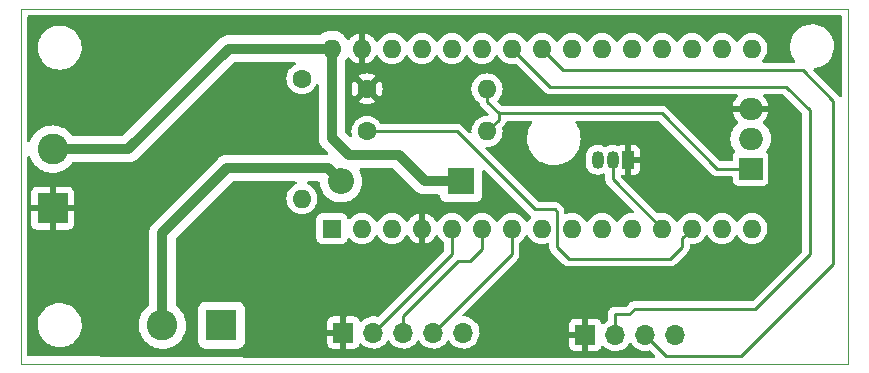
<source format=gbr>
%TF.GenerationSoftware,KiCad,Pcbnew,(6.0.7-1)-1*%
%TF.CreationDate,2022-08-20T21:08:27+02:00*%
%TF.ProjectId,Open-Ventilation,4f70656e-2d56-4656-9e74-696c6174696f,rev?*%
%TF.SameCoordinates,Original*%
%TF.FileFunction,Copper,L2,Bot*%
%TF.FilePolarity,Positive*%
%FSLAX46Y46*%
G04 Gerber Fmt 4.6, Leading zero omitted, Abs format (unit mm)*
G04 Created by KiCad (PCBNEW (6.0.7-1)-1) date 2022-08-20 21:08:27*
%MOMM*%
%LPD*%
G01*
G04 APERTURE LIST*
%TA.AperFunction,Profile*%
%ADD10C,0.100000*%
%TD*%
%TA.AperFunction,ComponentPad*%
%ADD11R,1.600000X1.600000*%
%TD*%
%TA.AperFunction,ComponentPad*%
%ADD12O,1.600000X1.600000*%
%TD*%
%TA.AperFunction,ComponentPad*%
%ADD13C,1.600000*%
%TD*%
%TA.AperFunction,ComponentPad*%
%ADD14R,2.000000X1.905000*%
%TD*%
%TA.AperFunction,ComponentPad*%
%ADD15O,2.000000X1.905000*%
%TD*%
%TA.AperFunction,ComponentPad*%
%ADD16R,2.200000X2.200000*%
%TD*%
%TA.AperFunction,ComponentPad*%
%ADD17O,2.200000X2.200000*%
%TD*%
%TA.AperFunction,ComponentPad*%
%ADD18R,2.600000X2.600000*%
%TD*%
%TA.AperFunction,ComponentPad*%
%ADD19C,2.600000*%
%TD*%
%TA.AperFunction,ComponentPad*%
%ADD20R,1.700000X1.700000*%
%TD*%
%TA.AperFunction,ComponentPad*%
%ADD21O,1.700000X1.700000*%
%TD*%
%TA.AperFunction,ComponentPad*%
%ADD22R,1.050000X1.500000*%
%TD*%
%TA.AperFunction,ComponentPad*%
%ADD23O,1.050000X1.500000*%
%TD*%
%TA.AperFunction,Conductor*%
%ADD24C,0.250000*%
%TD*%
%TA.AperFunction,Conductor*%
%ADD25C,0.840000*%
%TD*%
G04 APERTURE END LIST*
D10*
X100250000Y-52250000D02*
X170250000Y-52250000D01*
X170250000Y-52250000D02*
X170250000Y-82250000D01*
X170250000Y-82250000D02*
X100250000Y-82250000D01*
X100250000Y-82250000D02*
X100250000Y-52250000D01*
D11*
%TO.P,U2,1,D1/TX*%
%TO.N,unconnected-(U2-Pad1)*%
X126550000Y-70820000D03*
D12*
%TO.P,U2,2,D0/RX*%
%TO.N,unconnected-(U2-Pad2)*%
X129090000Y-70820000D03*
%TO.P,U2,3,~{RESET}*%
%TO.N,unconnected-(U2-Pad3)*%
X131630000Y-70820000D03*
%TO.P,U2,4,GND*%
%TO.N,GND*%
X134170000Y-70820000D03*
%TO.P,U2,5,D2*%
%TO.N,DT*%
X136710000Y-70820000D03*
%TO.P,U2,6,~D3*%
%TO.N,SW*%
X139250000Y-70820000D03*
%TO.P,U2,7,D4*%
%TO.N,CLK*%
X141790000Y-70820000D03*
%TO.P,U2,8,~D5*%
%TO.N,unconnected-(U2-Pad8)*%
X144330000Y-70820000D03*
%TO.P,U2,9,~D6*%
%TO.N,unconnected-(U2-Pad9)*%
X146870000Y-70820000D03*
%TO.P,U2,10,D7*%
%TO.N,unconnected-(U2-Pad10)*%
X149410000Y-70820000D03*
%TO.P,U2,11,D8*%
%TO.N,unconnected-(U2-Pad11)*%
X151950000Y-70820000D03*
%TO.P,U2,12,~D9*%
%TO.N,Data*%
X154490000Y-70820000D03*
%TO.P,U2,13,~D10*%
%TO.N,Mosfet*%
X157030000Y-70820000D03*
%TO.P,U2,14,~D11*%
%TO.N,unconnected-(U2-Pad14)*%
X159570000Y-70820000D03*
%TO.P,U2,15,D12*%
%TO.N,unconnected-(U2-Pad15)*%
X162110000Y-70820000D03*
%TO.P,U2,16,D13*%
%TO.N,unconnected-(U2-Pad16)*%
X162110000Y-55580000D03*
%TO.P,U2,17,3V3*%
%TO.N,unconnected-(U2-Pad17)*%
X159570000Y-55580000D03*
%TO.P,U2,18,AREF*%
%TO.N,unconnected-(U2-Pad18)*%
X157030000Y-55580000D03*
%TO.P,U2,19,A0/D14*%
%TO.N,unconnected-(U2-Pad19)*%
X154490000Y-55580000D03*
%TO.P,U2,20,A1/D15*%
%TO.N,unconnected-(U2-Pad20)*%
X151950000Y-55580000D03*
%TO.P,U2,21,A2/D16*%
%TO.N,unconnected-(U2-Pad21)*%
X149410000Y-55580000D03*
%TO.P,U2,22,A3/D17*%
%TO.N,unconnected-(U2-Pad22)*%
X146870000Y-55580000D03*
%TO.P,U2,23,A4/D18*%
%TO.N,SDA*%
X144330000Y-55580000D03*
%TO.P,U2,24,A5/D19*%
%TO.N,SCL*%
X141790000Y-55580000D03*
%TO.P,U2,25,A6/D20*%
%TO.N,unconnected-(U2-Pad25)*%
X139250000Y-55580000D03*
%TO.P,U2,26,A7/D21*%
%TO.N,unconnected-(U2-Pad26)*%
X136710000Y-55580000D03*
%TO.P,U2,27,+5V*%
%TO.N,+5V*%
X134170000Y-55580000D03*
%TO.P,U2,28,~{RESET}*%
%TO.N,unconnected-(U2-Pad28)*%
X131630000Y-55580000D03*
%TO.P,U2,29,GND*%
%TO.N,GND*%
X129090000Y-55580000D03*
%TO.P,U2,30,VIN*%
%TO.N,+12V*%
X126550000Y-55580000D03*
%TD*%
D13*
%TO.P,R1,1*%
%TO.N,+5V*%
X124000000Y-58120000D03*
D12*
%TO.P,R1,2*%
%TO.N,Data*%
X124000000Y-68280000D03*
%TD*%
D14*
%TO.P,Q1,1,G*%
%TO.N,Net-(R2-Pad2)*%
X162000000Y-65740000D03*
D15*
%TO.P,Q1,2,D*%
%TO.N,FAN-GND*%
X162000000Y-63200000D03*
%TO.P,Q1,3,S*%
%TO.N,GND*%
X162000000Y-60660000D03*
%TD*%
D13*
%TO.P,R2,1*%
%TO.N,Mosfet*%
X129520000Y-62600000D03*
D12*
%TO.P,R2,2*%
%TO.N,Net-(R2-Pad2)*%
X139680000Y-62600000D03*
%TD*%
D16*
%TO.P,D1,1,K*%
%TO.N,+12V*%
X137480000Y-66800000D03*
D17*
%TO.P,D1,2,A*%
%TO.N,FAN-GND*%
X127320000Y-66800000D03*
%TD*%
D13*
%TO.P,R3,1*%
%TO.N,GND*%
X129520000Y-59000000D03*
D12*
%TO.P,R3,2*%
%TO.N,Net-(R2-Pad2)*%
X139680000Y-59000000D03*
%TD*%
D18*
%TO.P,J3,1,Pin_1*%
%TO.N,GND*%
X102895000Y-69100000D03*
D19*
%TO.P,J3,2,Pin_2*%
%TO.N,+12V*%
X102895000Y-64100000D03*
%TD*%
D20*
%TO.P,J2,1,Pin_1*%
%TO.N,GND*%
X127525000Y-79625000D03*
D21*
%TO.P,J2,2,Pin_2*%
%TO.N,DT*%
X130065000Y-79625000D03*
%TO.P,J2,3,Pin_3*%
%TO.N,SW*%
X132605000Y-79625000D03*
%TO.P,J2,4,Pin_4*%
%TO.N,CLK*%
X135145000Y-79625000D03*
%TO.P,J2,5,Pin_5*%
%TO.N,+5V*%
X137685000Y-79625000D03*
%TD*%
D18*
%TO.P,J4,1,Pin_1*%
%TO.N,+12V*%
X117200000Y-79000000D03*
D19*
%TO.P,J4,2,Pin_2*%
%TO.N,FAN-GND*%
X112200000Y-79000000D03*
%TD*%
D22*
%TO.P,U1,1,GND*%
%TO.N,GND*%
X151600000Y-65000000D03*
D23*
%TO.P,U1,2,DQ*%
%TO.N,Data*%
X150330000Y-65000000D03*
%TO.P,U1,3,VDD*%
%TO.N,+5V*%
X149060000Y-65000000D03*
%TD*%
D20*
%TO.P,J1,1,Pin_1*%
%TO.N,GND*%
X148000000Y-79825000D03*
D21*
%TO.P,J1,2,Pin_2*%
%TO.N,SCL*%
X150540000Y-79825000D03*
%TO.P,J1,3,Pin_3*%
%TO.N,SDA*%
X153080000Y-79825000D03*
%TO.P,J1,4,Pin_4*%
%TO.N,+5V*%
X155620000Y-79825000D03*
%TD*%
D24*
%TO.N,SCL*%
X167000000Y-73000000D02*
X162400000Y-77600000D01*
X141790000Y-55580000D02*
X145010000Y-58800000D01*
X165000000Y-58800000D02*
X167000000Y-60800000D01*
X151740000Y-78060000D02*
X150540000Y-78060000D01*
X145010000Y-58800000D02*
X165000000Y-58800000D01*
X167000000Y-60800000D02*
X167000000Y-73000000D01*
X152200000Y-77600000D02*
X151740000Y-78060000D01*
X150540000Y-78060000D02*
X150540000Y-79825000D01*
X162400000Y-77600000D02*
X152200000Y-77600000D01*
%TO.N,SDA*%
X144330000Y-55580000D02*
X146150000Y-57400000D01*
X169000000Y-73800000D02*
X161200000Y-81600000D01*
X169000000Y-60000000D02*
X169000000Y-73800000D01*
X154855000Y-81600000D02*
X153080000Y-79825000D01*
X166400000Y-57400000D02*
X169000000Y-60000000D01*
X146150000Y-57400000D02*
X166400000Y-57400000D01*
X161200000Y-81600000D02*
X154855000Y-81600000D01*
%TO.N,DT*%
X130065000Y-79625000D02*
X136710000Y-72980000D01*
X136710000Y-72980000D02*
X136710000Y-70820000D01*
%TO.N,SW*%
X132605000Y-78195000D02*
X137200000Y-73600000D01*
X139250000Y-72550000D02*
X139250000Y-70820000D01*
X132605000Y-79625000D02*
X132605000Y-78195000D01*
X138200000Y-73600000D02*
X139250000Y-72550000D01*
X137200000Y-73600000D02*
X138200000Y-73600000D01*
%TO.N,CLK*%
X141790000Y-72980000D02*
X135145000Y-79625000D01*
X141790000Y-70820000D02*
X141790000Y-72980000D01*
D25*
%TO.N,+12V*%
X132200000Y-64600000D02*
X134400000Y-66800000D01*
X117820000Y-55580000D02*
X126550000Y-55580000D01*
X134400000Y-66800000D02*
X137480000Y-66800000D01*
X109300000Y-64100000D02*
X117820000Y-55580000D01*
X128000000Y-64600000D02*
X132200000Y-64600000D01*
X126550000Y-55580000D02*
X126550000Y-63150000D01*
X102895000Y-64100000D02*
X109300000Y-64100000D01*
X126550000Y-63150000D02*
X128000000Y-64600000D01*
D24*
%TO.N,Net-(R2-Pad2)*%
X154474999Y-61074999D02*
X159140000Y-65740000D01*
X139680000Y-59000000D02*
X139680000Y-60080000D01*
X159140000Y-65740000D02*
X162000000Y-65740000D01*
X140674999Y-61605001D02*
X140674999Y-61074999D01*
X139680000Y-62600000D02*
X140674999Y-61605001D01*
X139680000Y-60080000D02*
X140674999Y-61074999D01*
X140674999Y-61074999D02*
X141205001Y-61074999D01*
X141205001Y-61074999D02*
X154474999Y-61074999D01*
%TO.N,Data*%
X150330000Y-66660000D02*
X154490000Y-70820000D01*
X150330000Y-65000000D02*
X150330000Y-66660000D01*
%TO.N,Mosfet*%
X145400000Y-69200000D02*
X145600000Y-69400000D01*
X156200000Y-72400000D02*
X156200000Y-71650000D01*
X137130000Y-62600000D02*
X143730000Y-69200000D01*
X155200000Y-73400000D02*
X156200000Y-72400000D01*
X145600000Y-69400000D02*
X145600000Y-72400000D01*
X146600000Y-73400000D02*
X155200000Y-73400000D01*
X145600000Y-72400000D02*
X146600000Y-73400000D01*
X129520000Y-62600000D02*
X137130000Y-62600000D01*
X143730000Y-69200000D02*
X145400000Y-69200000D01*
X156200000Y-71650000D02*
X157030000Y-70820000D01*
D25*
%TO.N,FAN-GND*%
X112200000Y-79000000D02*
X112200000Y-71200000D01*
X112200000Y-71200000D02*
X117699999Y-65700001D01*
X126220001Y-65700001D02*
X127320000Y-66800000D01*
X117699999Y-65700001D02*
X126220001Y-65700001D01*
%TD*%
%TA.AperFunction,Conductor*%
%TO.N,GND*%
G36*
X169683621Y-52778502D02*
G01*
X169730114Y-52832158D01*
X169741500Y-52884500D01*
X169741500Y-59548732D01*
X169721498Y-59616853D01*
X169667842Y-59663346D01*
X169597568Y-59673450D01*
X169532988Y-59643956D01*
X169514045Y-59621257D01*
X169513439Y-59621727D01*
X169508576Y-59615458D01*
X169504542Y-59608637D01*
X169490218Y-59594313D01*
X169477376Y-59579278D01*
X169476035Y-59577432D01*
X169465472Y-59562893D01*
X169431406Y-59534711D01*
X169422627Y-59526722D01*
X167356950Y-57461045D01*
X167322924Y-57398733D01*
X167327989Y-57327918D01*
X167370536Y-57271082D01*
X167436927Y-57246280D01*
X167469004Y-57243953D01*
X167473459Y-57242969D01*
X167473462Y-57242969D01*
X167727912Y-57186791D01*
X167727916Y-57186790D01*
X167732372Y-57185806D01*
X167912138Y-57117699D01*
X167980318Y-57091868D01*
X167980321Y-57091867D01*
X167984588Y-57090250D01*
X168220368Y-56959286D01*
X168394359Y-56826500D01*
X168431141Y-56798429D01*
X168431142Y-56798428D01*
X168434773Y-56795657D01*
X168460598Y-56769240D01*
X168599160Y-56627498D01*
X168623312Y-56602792D01*
X168782034Y-56384730D01*
X168857650Y-56241007D01*
X168905490Y-56150079D01*
X168905493Y-56150073D01*
X168907615Y-56146039D01*
X168911774Y-56134264D01*
X168995902Y-55896033D01*
X168995902Y-55896032D01*
X168997425Y-55891720D01*
X169049581Y-55627100D01*
X169051926Y-55580000D01*
X169062764Y-55362292D01*
X169062764Y-55362286D01*
X169062991Y-55357723D01*
X169037375Y-55089231D01*
X169024300Y-55035795D01*
X168974355Y-54831688D01*
X168973269Y-54827250D01*
X168872015Y-54577267D01*
X168775005Y-54411586D01*
X168738045Y-54348463D01*
X168738044Y-54348462D01*
X168735735Y-54344518D01*
X168615677Y-54194393D01*
X168570136Y-54137447D01*
X168570135Y-54137445D01*
X168567284Y-54133881D01*
X168370191Y-53949766D01*
X168148584Y-53796032D01*
X168144501Y-53794001D01*
X168144498Y-53793999D01*
X168028987Y-53736534D01*
X167907106Y-53675899D01*
X167902772Y-53674478D01*
X167902769Y-53674477D01*
X167655147Y-53593302D01*
X167655141Y-53593301D01*
X167650814Y-53591882D01*
X167646322Y-53591102D01*
X167388860Y-53546399D01*
X167388852Y-53546398D01*
X167385079Y-53545743D01*
X167373817Y-53545182D01*
X167301422Y-53541578D01*
X167301414Y-53541578D01*
X167299851Y-53541500D01*
X167131488Y-53541500D01*
X167129220Y-53541665D01*
X167129208Y-53541665D01*
X166998116Y-53551177D01*
X166930996Y-53556047D01*
X166926541Y-53557031D01*
X166926538Y-53557031D01*
X166672088Y-53613209D01*
X166672084Y-53613210D01*
X166667628Y-53614194D01*
X166584860Y-53645552D01*
X166419682Y-53708132D01*
X166419679Y-53708133D01*
X166415412Y-53709750D01*
X166179632Y-53840714D01*
X165965227Y-54004343D01*
X165776688Y-54197208D01*
X165617966Y-54415270D01*
X165585805Y-54476399D01*
X165494510Y-54649921D01*
X165494507Y-54649927D01*
X165492385Y-54653961D01*
X165490865Y-54658266D01*
X165490863Y-54658270D01*
X165422511Y-54851825D01*
X165402575Y-54908280D01*
X165381278Y-55016334D01*
X165357679Y-55136067D01*
X165350419Y-55172900D01*
X165350192Y-55177453D01*
X165350192Y-55177456D01*
X165340991Y-55362292D01*
X165337009Y-55442277D01*
X165362625Y-55710769D01*
X165363710Y-55715203D01*
X165363711Y-55715209D01*
X165408484Y-55898180D01*
X165426731Y-55972750D01*
X165527985Y-56222733D01*
X165664265Y-56455482D01*
X165667113Y-56459044D01*
X165667117Y-56459049D01*
X165749294Y-56561805D01*
X165776218Y-56627498D01*
X165763352Y-56697319D01*
X165714781Y-56749101D01*
X165650891Y-56766500D01*
X163078188Y-56766500D01*
X163010067Y-56746498D01*
X162963574Y-56692842D01*
X162953470Y-56622568D01*
X162982964Y-56557988D01*
X162989093Y-56551405D01*
X163116198Y-56424300D01*
X163247523Y-56236749D01*
X163249846Y-56231767D01*
X163249849Y-56231762D01*
X163341961Y-56034225D01*
X163341961Y-56034224D01*
X163344284Y-56029243D01*
X163354339Y-55991720D01*
X163402119Y-55813402D01*
X163402119Y-55813400D01*
X163403543Y-55808087D01*
X163423498Y-55580000D01*
X163403543Y-55351913D01*
X163383592Y-55277456D01*
X163345707Y-55136067D01*
X163345706Y-55136065D01*
X163344284Y-55130757D01*
X163290148Y-55014661D01*
X163249849Y-54928238D01*
X163249846Y-54928233D01*
X163247523Y-54923251D01*
X163116198Y-54735700D01*
X162954300Y-54573802D01*
X162949792Y-54570645D01*
X162949789Y-54570643D01*
X162862383Y-54509441D01*
X162766749Y-54442477D01*
X162761767Y-54440154D01*
X162761762Y-54440151D01*
X162564225Y-54348039D01*
X162564224Y-54348039D01*
X162559243Y-54345716D01*
X162553935Y-54344294D01*
X162553933Y-54344293D01*
X162343402Y-54287881D01*
X162343400Y-54287881D01*
X162338087Y-54286457D01*
X162110000Y-54266502D01*
X161881913Y-54286457D01*
X161876600Y-54287881D01*
X161876598Y-54287881D01*
X161666067Y-54344293D01*
X161666065Y-54344294D01*
X161660757Y-54345716D01*
X161655776Y-54348039D01*
X161655775Y-54348039D01*
X161458238Y-54440151D01*
X161458233Y-54440154D01*
X161453251Y-54442477D01*
X161357617Y-54509441D01*
X161270211Y-54570643D01*
X161270208Y-54570645D01*
X161265700Y-54573802D01*
X161103802Y-54735700D01*
X160972477Y-54923251D01*
X160970154Y-54928233D01*
X160970151Y-54928238D01*
X160954195Y-54962457D01*
X160907278Y-55015742D01*
X160839001Y-55035203D01*
X160771041Y-55014661D01*
X160725805Y-54962457D01*
X160709849Y-54928238D01*
X160709846Y-54928233D01*
X160707523Y-54923251D01*
X160576198Y-54735700D01*
X160414300Y-54573802D01*
X160409792Y-54570645D01*
X160409789Y-54570643D01*
X160322383Y-54509441D01*
X160226749Y-54442477D01*
X160221767Y-54440154D01*
X160221762Y-54440151D01*
X160024225Y-54348039D01*
X160024224Y-54348039D01*
X160019243Y-54345716D01*
X160013935Y-54344294D01*
X160013933Y-54344293D01*
X159803402Y-54287881D01*
X159803400Y-54287881D01*
X159798087Y-54286457D01*
X159570000Y-54266502D01*
X159341913Y-54286457D01*
X159336600Y-54287881D01*
X159336598Y-54287881D01*
X159126067Y-54344293D01*
X159126065Y-54344294D01*
X159120757Y-54345716D01*
X159115776Y-54348039D01*
X159115775Y-54348039D01*
X158918238Y-54440151D01*
X158918233Y-54440154D01*
X158913251Y-54442477D01*
X158817617Y-54509441D01*
X158730211Y-54570643D01*
X158730208Y-54570645D01*
X158725700Y-54573802D01*
X158563802Y-54735700D01*
X158432477Y-54923251D01*
X158430154Y-54928233D01*
X158430151Y-54928238D01*
X158414195Y-54962457D01*
X158367278Y-55015742D01*
X158299001Y-55035203D01*
X158231041Y-55014661D01*
X158185805Y-54962457D01*
X158169849Y-54928238D01*
X158169846Y-54928233D01*
X158167523Y-54923251D01*
X158036198Y-54735700D01*
X157874300Y-54573802D01*
X157869792Y-54570645D01*
X157869789Y-54570643D01*
X157782383Y-54509441D01*
X157686749Y-54442477D01*
X157681767Y-54440154D01*
X157681762Y-54440151D01*
X157484225Y-54348039D01*
X157484224Y-54348039D01*
X157479243Y-54345716D01*
X157473935Y-54344294D01*
X157473933Y-54344293D01*
X157263402Y-54287881D01*
X157263400Y-54287881D01*
X157258087Y-54286457D01*
X157030000Y-54266502D01*
X156801913Y-54286457D01*
X156796600Y-54287881D01*
X156796598Y-54287881D01*
X156586067Y-54344293D01*
X156586065Y-54344294D01*
X156580757Y-54345716D01*
X156575776Y-54348039D01*
X156575775Y-54348039D01*
X156378238Y-54440151D01*
X156378233Y-54440154D01*
X156373251Y-54442477D01*
X156277617Y-54509441D01*
X156190211Y-54570643D01*
X156190208Y-54570645D01*
X156185700Y-54573802D01*
X156023802Y-54735700D01*
X155892477Y-54923251D01*
X155890154Y-54928233D01*
X155890151Y-54928238D01*
X155874195Y-54962457D01*
X155827278Y-55015742D01*
X155759001Y-55035203D01*
X155691041Y-55014661D01*
X155645805Y-54962457D01*
X155629849Y-54928238D01*
X155629846Y-54928233D01*
X155627523Y-54923251D01*
X155496198Y-54735700D01*
X155334300Y-54573802D01*
X155329792Y-54570645D01*
X155329789Y-54570643D01*
X155242383Y-54509441D01*
X155146749Y-54442477D01*
X155141767Y-54440154D01*
X155141762Y-54440151D01*
X154944225Y-54348039D01*
X154944224Y-54348039D01*
X154939243Y-54345716D01*
X154933935Y-54344294D01*
X154933933Y-54344293D01*
X154723402Y-54287881D01*
X154723400Y-54287881D01*
X154718087Y-54286457D01*
X154490000Y-54266502D01*
X154261913Y-54286457D01*
X154256600Y-54287881D01*
X154256598Y-54287881D01*
X154046067Y-54344293D01*
X154046065Y-54344294D01*
X154040757Y-54345716D01*
X154035776Y-54348039D01*
X154035775Y-54348039D01*
X153838238Y-54440151D01*
X153838233Y-54440154D01*
X153833251Y-54442477D01*
X153737617Y-54509441D01*
X153650211Y-54570643D01*
X153650208Y-54570645D01*
X153645700Y-54573802D01*
X153483802Y-54735700D01*
X153352477Y-54923251D01*
X153350154Y-54928233D01*
X153350151Y-54928238D01*
X153334195Y-54962457D01*
X153287278Y-55015742D01*
X153219001Y-55035203D01*
X153151041Y-55014661D01*
X153105805Y-54962457D01*
X153089849Y-54928238D01*
X153089846Y-54928233D01*
X153087523Y-54923251D01*
X152956198Y-54735700D01*
X152794300Y-54573802D01*
X152789792Y-54570645D01*
X152789789Y-54570643D01*
X152702383Y-54509441D01*
X152606749Y-54442477D01*
X152601767Y-54440154D01*
X152601762Y-54440151D01*
X152404225Y-54348039D01*
X152404224Y-54348039D01*
X152399243Y-54345716D01*
X152393935Y-54344294D01*
X152393933Y-54344293D01*
X152183402Y-54287881D01*
X152183400Y-54287881D01*
X152178087Y-54286457D01*
X151950000Y-54266502D01*
X151721913Y-54286457D01*
X151716600Y-54287881D01*
X151716598Y-54287881D01*
X151506067Y-54344293D01*
X151506065Y-54344294D01*
X151500757Y-54345716D01*
X151495776Y-54348039D01*
X151495775Y-54348039D01*
X151298238Y-54440151D01*
X151298233Y-54440154D01*
X151293251Y-54442477D01*
X151197617Y-54509441D01*
X151110211Y-54570643D01*
X151110208Y-54570645D01*
X151105700Y-54573802D01*
X150943802Y-54735700D01*
X150812477Y-54923251D01*
X150810154Y-54928233D01*
X150810151Y-54928238D01*
X150794195Y-54962457D01*
X150747278Y-55015742D01*
X150679001Y-55035203D01*
X150611041Y-55014661D01*
X150565805Y-54962457D01*
X150549849Y-54928238D01*
X150549846Y-54928233D01*
X150547523Y-54923251D01*
X150416198Y-54735700D01*
X150254300Y-54573802D01*
X150249792Y-54570645D01*
X150249789Y-54570643D01*
X150162383Y-54509441D01*
X150066749Y-54442477D01*
X150061767Y-54440154D01*
X150061762Y-54440151D01*
X149864225Y-54348039D01*
X149864224Y-54348039D01*
X149859243Y-54345716D01*
X149853935Y-54344294D01*
X149853933Y-54344293D01*
X149643402Y-54287881D01*
X149643400Y-54287881D01*
X149638087Y-54286457D01*
X149410000Y-54266502D01*
X149181913Y-54286457D01*
X149176600Y-54287881D01*
X149176598Y-54287881D01*
X148966067Y-54344293D01*
X148966065Y-54344294D01*
X148960757Y-54345716D01*
X148955776Y-54348039D01*
X148955775Y-54348039D01*
X148758238Y-54440151D01*
X148758233Y-54440154D01*
X148753251Y-54442477D01*
X148657617Y-54509441D01*
X148570211Y-54570643D01*
X148570208Y-54570645D01*
X148565700Y-54573802D01*
X148403802Y-54735700D01*
X148272477Y-54923251D01*
X148270154Y-54928233D01*
X148270151Y-54928238D01*
X148254195Y-54962457D01*
X148207278Y-55015742D01*
X148139001Y-55035203D01*
X148071041Y-55014661D01*
X148025805Y-54962457D01*
X148009849Y-54928238D01*
X148009846Y-54928233D01*
X148007523Y-54923251D01*
X147876198Y-54735700D01*
X147714300Y-54573802D01*
X147709792Y-54570645D01*
X147709789Y-54570643D01*
X147622383Y-54509441D01*
X147526749Y-54442477D01*
X147521767Y-54440154D01*
X147521762Y-54440151D01*
X147324225Y-54348039D01*
X147324224Y-54348039D01*
X147319243Y-54345716D01*
X147313935Y-54344294D01*
X147313933Y-54344293D01*
X147103402Y-54287881D01*
X147103400Y-54287881D01*
X147098087Y-54286457D01*
X146870000Y-54266502D01*
X146641913Y-54286457D01*
X146636600Y-54287881D01*
X146636598Y-54287881D01*
X146426067Y-54344293D01*
X146426065Y-54344294D01*
X146420757Y-54345716D01*
X146415776Y-54348039D01*
X146415775Y-54348039D01*
X146218238Y-54440151D01*
X146218233Y-54440154D01*
X146213251Y-54442477D01*
X146117617Y-54509441D01*
X146030211Y-54570643D01*
X146030208Y-54570645D01*
X146025700Y-54573802D01*
X145863802Y-54735700D01*
X145732477Y-54923251D01*
X145730154Y-54928233D01*
X145730151Y-54928238D01*
X145714195Y-54962457D01*
X145667278Y-55015742D01*
X145599001Y-55035203D01*
X145531041Y-55014661D01*
X145485805Y-54962457D01*
X145469849Y-54928238D01*
X145469846Y-54928233D01*
X145467523Y-54923251D01*
X145336198Y-54735700D01*
X145174300Y-54573802D01*
X145169792Y-54570645D01*
X145169789Y-54570643D01*
X145082383Y-54509441D01*
X144986749Y-54442477D01*
X144981767Y-54440154D01*
X144981762Y-54440151D01*
X144784225Y-54348039D01*
X144784224Y-54348039D01*
X144779243Y-54345716D01*
X144773935Y-54344294D01*
X144773933Y-54344293D01*
X144563402Y-54287881D01*
X144563400Y-54287881D01*
X144558087Y-54286457D01*
X144330000Y-54266502D01*
X144101913Y-54286457D01*
X144096600Y-54287881D01*
X144096598Y-54287881D01*
X143886067Y-54344293D01*
X143886065Y-54344294D01*
X143880757Y-54345716D01*
X143875776Y-54348039D01*
X143875775Y-54348039D01*
X143678238Y-54440151D01*
X143678233Y-54440154D01*
X143673251Y-54442477D01*
X143577617Y-54509441D01*
X143490211Y-54570643D01*
X143490208Y-54570645D01*
X143485700Y-54573802D01*
X143323802Y-54735700D01*
X143192477Y-54923251D01*
X143190154Y-54928233D01*
X143190151Y-54928238D01*
X143174195Y-54962457D01*
X143127278Y-55015742D01*
X143059001Y-55035203D01*
X142991041Y-55014661D01*
X142945805Y-54962457D01*
X142929849Y-54928238D01*
X142929846Y-54928233D01*
X142927523Y-54923251D01*
X142796198Y-54735700D01*
X142634300Y-54573802D01*
X142629792Y-54570645D01*
X142629789Y-54570643D01*
X142542383Y-54509441D01*
X142446749Y-54442477D01*
X142441767Y-54440154D01*
X142441762Y-54440151D01*
X142244225Y-54348039D01*
X142244224Y-54348039D01*
X142239243Y-54345716D01*
X142233935Y-54344294D01*
X142233933Y-54344293D01*
X142023402Y-54287881D01*
X142023400Y-54287881D01*
X142018087Y-54286457D01*
X141790000Y-54266502D01*
X141561913Y-54286457D01*
X141556600Y-54287881D01*
X141556598Y-54287881D01*
X141346067Y-54344293D01*
X141346065Y-54344294D01*
X141340757Y-54345716D01*
X141335776Y-54348039D01*
X141335775Y-54348039D01*
X141138238Y-54440151D01*
X141138233Y-54440154D01*
X141133251Y-54442477D01*
X141037617Y-54509441D01*
X140950211Y-54570643D01*
X140950208Y-54570645D01*
X140945700Y-54573802D01*
X140783802Y-54735700D01*
X140652477Y-54923251D01*
X140650154Y-54928233D01*
X140650151Y-54928238D01*
X140634195Y-54962457D01*
X140587278Y-55015742D01*
X140519001Y-55035203D01*
X140451041Y-55014661D01*
X140405805Y-54962457D01*
X140389849Y-54928238D01*
X140389846Y-54928233D01*
X140387523Y-54923251D01*
X140256198Y-54735700D01*
X140094300Y-54573802D01*
X140089792Y-54570645D01*
X140089789Y-54570643D01*
X140002383Y-54509441D01*
X139906749Y-54442477D01*
X139901767Y-54440154D01*
X139901762Y-54440151D01*
X139704225Y-54348039D01*
X139704224Y-54348039D01*
X139699243Y-54345716D01*
X139693935Y-54344294D01*
X139693933Y-54344293D01*
X139483402Y-54287881D01*
X139483400Y-54287881D01*
X139478087Y-54286457D01*
X139250000Y-54266502D01*
X139021913Y-54286457D01*
X139016600Y-54287881D01*
X139016598Y-54287881D01*
X138806067Y-54344293D01*
X138806065Y-54344294D01*
X138800757Y-54345716D01*
X138795776Y-54348039D01*
X138795775Y-54348039D01*
X138598238Y-54440151D01*
X138598233Y-54440154D01*
X138593251Y-54442477D01*
X138497617Y-54509441D01*
X138410211Y-54570643D01*
X138410208Y-54570645D01*
X138405700Y-54573802D01*
X138243802Y-54735700D01*
X138112477Y-54923251D01*
X138110154Y-54928233D01*
X138110151Y-54928238D01*
X138094195Y-54962457D01*
X138047278Y-55015742D01*
X137979001Y-55035203D01*
X137911041Y-55014661D01*
X137865805Y-54962457D01*
X137849849Y-54928238D01*
X137849846Y-54928233D01*
X137847523Y-54923251D01*
X137716198Y-54735700D01*
X137554300Y-54573802D01*
X137549792Y-54570645D01*
X137549789Y-54570643D01*
X137462383Y-54509441D01*
X137366749Y-54442477D01*
X137361767Y-54440154D01*
X137361762Y-54440151D01*
X137164225Y-54348039D01*
X137164224Y-54348039D01*
X137159243Y-54345716D01*
X137153935Y-54344294D01*
X137153933Y-54344293D01*
X136943402Y-54287881D01*
X136943400Y-54287881D01*
X136938087Y-54286457D01*
X136710000Y-54266502D01*
X136481913Y-54286457D01*
X136476600Y-54287881D01*
X136476598Y-54287881D01*
X136266067Y-54344293D01*
X136266065Y-54344294D01*
X136260757Y-54345716D01*
X136255776Y-54348039D01*
X136255775Y-54348039D01*
X136058238Y-54440151D01*
X136058233Y-54440154D01*
X136053251Y-54442477D01*
X135957617Y-54509441D01*
X135870211Y-54570643D01*
X135870208Y-54570645D01*
X135865700Y-54573802D01*
X135703802Y-54735700D01*
X135572477Y-54923251D01*
X135570154Y-54928233D01*
X135570151Y-54928238D01*
X135554195Y-54962457D01*
X135507278Y-55015742D01*
X135439001Y-55035203D01*
X135371041Y-55014661D01*
X135325805Y-54962457D01*
X135309849Y-54928238D01*
X135309846Y-54928233D01*
X135307523Y-54923251D01*
X135176198Y-54735700D01*
X135014300Y-54573802D01*
X135009792Y-54570645D01*
X135009789Y-54570643D01*
X134922383Y-54509441D01*
X134826749Y-54442477D01*
X134821767Y-54440154D01*
X134821762Y-54440151D01*
X134624225Y-54348039D01*
X134624224Y-54348039D01*
X134619243Y-54345716D01*
X134613935Y-54344294D01*
X134613933Y-54344293D01*
X134403402Y-54287881D01*
X134403400Y-54287881D01*
X134398087Y-54286457D01*
X134170000Y-54266502D01*
X133941913Y-54286457D01*
X133936600Y-54287881D01*
X133936598Y-54287881D01*
X133726067Y-54344293D01*
X133726065Y-54344294D01*
X133720757Y-54345716D01*
X133715776Y-54348039D01*
X133715775Y-54348039D01*
X133518238Y-54440151D01*
X133518233Y-54440154D01*
X133513251Y-54442477D01*
X133417617Y-54509441D01*
X133330211Y-54570643D01*
X133330208Y-54570645D01*
X133325700Y-54573802D01*
X133163802Y-54735700D01*
X133032477Y-54923251D01*
X133030154Y-54928233D01*
X133030151Y-54928238D01*
X133014195Y-54962457D01*
X132967278Y-55015742D01*
X132899001Y-55035203D01*
X132831041Y-55014661D01*
X132785805Y-54962457D01*
X132769849Y-54928238D01*
X132769846Y-54928233D01*
X132767523Y-54923251D01*
X132636198Y-54735700D01*
X132474300Y-54573802D01*
X132469792Y-54570645D01*
X132469789Y-54570643D01*
X132382383Y-54509441D01*
X132286749Y-54442477D01*
X132281767Y-54440154D01*
X132281762Y-54440151D01*
X132084225Y-54348039D01*
X132084224Y-54348039D01*
X132079243Y-54345716D01*
X132073935Y-54344294D01*
X132073933Y-54344293D01*
X131863402Y-54287881D01*
X131863400Y-54287881D01*
X131858087Y-54286457D01*
X131630000Y-54266502D01*
X131401913Y-54286457D01*
X131396600Y-54287881D01*
X131396598Y-54287881D01*
X131186067Y-54344293D01*
X131186065Y-54344294D01*
X131180757Y-54345716D01*
X131175776Y-54348039D01*
X131175775Y-54348039D01*
X130978238Y-54440151D01*
X130978233Y-54440154D01*
X130973251Y-54442477D01*
X130877617Y-54509441D01*
X130790211Y-54570643D01*
X130790208Y-54570645D01*
X130785700Y-54573802D01*
X130623802Y-54735700D01*
X130492477Y-54923251D01*
X130490154Y-54928233D01*
X130490151Y-54928238D01*
X130473919Y-54963049D01*
X130427002Y-55016334D01*
X130358725Y-55035795D01*
X130290765Y-55015253D01*
X130245529Y-54963049D01*
X130229414Y-54928489D01*
X130223931Y-54918993D01*
X130098972Y-54740533D01*
X130091916Y-54732125D01*
X129937875Y-54578084D01*
X129929467Y-54571028D01*
X129751007Y-54446069D01*
X129741511Y-54440586D01*
X129544053Y-54348510D01*
X129533761Y-54344764D01*
X129361497Y-54298606D01*
X129347401Y-54298942D01*
X129344000Y-54306884D01*
X129344000Y-56847967D01*
X129347973Y-56861498D01*
X129356522Y-56862727D01*
X129533761Y-56815236D01*
X129544053Y-56811490D01*
X129741511Y-56719414D01*
X129751007Y-56713931D01*
X129929467Y-56588972D01*
X129937875Y-56581916D01*
X130091916Y-56427875D01*
X130098972Y-56419467D01*
X130223931Y-56241007D01*
X130229414Y-56231511D01*
X130245529Y-56196951D01*
X130292446Y-56143666D01*
X130360723Y-56124205D01*
X130428683Y-56144747D01*
X130473919Y-56196951D01*
X130490151Y-56231762D01*
X130490154Y-56231767D01*
X130492477Y-56236749D01*
X130623802Y-56424300D01*
X130785700Y-56586198D01*
X130790208Y-56589355D01*
X130790211Y-56589357D01*
X130844682Y-56627498D01*
X130973251Y-56717523D01*
X130978233Y-56719846D01*
X130978238Y-56719849D01*
X131164068Y-56806502D01*
X131180757Y-56814284D01*
X131186065Y-56815706D01*
X131186067Y-56815707D01*
X131396598Y-56872119D01*
X131396600Y-56872119D01*
X131401913Y-56873543D01*
X131630000Y-56893498D01*
X131858087Y-56873543D01*
X131863400Y-56872119D01*
X131863402Y-56872119D01*
X132073933Y-56815707D01*
X132073935Y-56815706D01*
X132079243Y-56814284D01*
X132095932Y-56806502D01*
X132281762Y-56719849D01*
X132281767Y-56719846D01*
X132286749Y-56717523D01*
X132415318Y-56627498D01*
X132469789Y-56589357D01*
X132469792Y-56589355D01*
X132474300Y-56586198D01*
X132636198Y-56424300D01*
X132767523Y-56236749D01*
X132769846Y-56231767D01*
X132769849Y-56231762D01*
X132785805Y-56197543D01*
X132832722Y-56144258D01*
X132900999Y-56124797D01*
X132968959Y-56145339D01*
X133014195Y-56197543D01*
X133030151Y-56231762D01*
X133030154Y-56231767D01*
X133032477Y-56236749D01*
X133163802Y-56424300D01*
X133325700Y-56586198D01*
X133330208Y-56589355D01*
X133330211Y-56589357D01*
X133384682Y-56627498D01*
X133513251Y-56717523D01*
X133518233Y-56719846D01*
X133518238Y-56719849D01*
X133704068Y-56806502D01*
X133720757Y-56814284D01*
X133726065Y-56815706D01*
X133726067Y-56815707D01*
X133936598Y-56872119D01*
X133936600Y-56872119D01*
X133941913Y-56873543D01*
X134170000Y-56893498D01*
X134398087Y-56873543D01*
X134403400Y-56872119D01*
X134403402Y-56872119D01*
X134613933Y-56815707D01*
X134613935Y-56815706D01*
X134619243Y-56814284D01*
X134635932Y-56806502D01*
X134821762Y-56719849D01*
X134821767Y-56719846D01*
X134826749Y-56717523D01*
X134955318Y-56627498D01*
X135009789Y-56589357D01*
X135009792Y-56589355D01*
X135014300Y-56586198D01*
X135176198Y-56424300D01*
X135307523Y-56236749D01*
X135309846Y-56231767D01*
X135309849Y-56231762D01*
X135325805Y-56197543D01*
X135372722Y-56144258D01*
X135440999Y-56124797D01*
X135508959Y-56145339D01*
X135554195Y-56197543D01*
X135570151Y-56231762D01*
X135570154Y-56231767D01*
X135572477Y-56236749D01*
X135703802Y-56424300D01*
X135865700Y-56586198D01*
X135870208Y-56589355D01*
X135870211Y-56589357D01*
X135924682Y-56627498D01*
X136053251Y-56717523D01*
X136058233Y-56719846D01*
X136058238Y-56719849D01*
X136244068Y-56806502D01*
X136260757Y-56814284D01*
X136266065Y-56815706D01*
X136266067Y-56815707D01*
X136476598Y-56872119D01*
X136476600Y-56872119D01*
X136481913Y-56873543D01*
X136710000Y-56893498D01*
X136938087Y-56873543D01*
X136943400Y-56872119D01*
X136943402Y-56872119D01*
X137153933Y-56815707D01*
X137153935Y-56815706D01*
X137159243Y-56814284D01*
X137175932Y-56806502D01*
X137361762Y-56719849D01*
X137361767Y-56719846D01*
X137366749Y-56717523D01*
X137495318Y-56627498D01*
X137549789Y-56589357D01*
X137549792Y-56589355D01*
X137554300Y-56586198D01*
X137716198Y-56424300D01*
X137847523Y-56236749D01*
X137849846Y-56231767D01*
X137849849Y-56231762D01*
X137865805Y-56197543D01*
X137912722Y-56144258D01*
X137980999Y-56124797D01*
X138048959Y-56145339D01*
X138094195Y-56197543D01*
X138110151Y-56231762D01*
X138110154Y-56231767D01*
X138112477Y-56236749D01*
X138243802Y-56424300D01*
X138405700Y-56586198D01*
X138410208Y-56589355D01*
X138410211Y-56589357D01*
X138464682Y-56627498D01*
X138593251Y-56717523D01*
X138598233Y-56719846D01*
X138598238Y-56719849D01*
X138784068Y-56806502D01*
X138800757Y-56814284D01*
X138806065Y-56815706D01*
X138806067Y-56815707D01*
X139016598Y-56872119D01*
X139016600Y-56872119D01*
X139021913Y-56873543D01*
X139250000Y-56893498D01*
X139478087Y-56873543D01*
X139483400Y-56872119D01*
X139483402Y-56872119D01*
X139693933Y-56815707D01*
X139693935Y-56815706D01*
X139699243Y-56814284D01*
X139715932Y-56806502D01*
X139901762Y-56719849D01*
X139901767Y-56719846D01*
X139906749Y-56717523D01*
X140035318Y-56627498D01*
X140089789Y-56589357D01*
X140089792Y-56589355D01*
X140094300Y-56586198D01*
X140256198Y-56424300D01*
X140387523Y-56236749D01*
X140389846Y-56231767D01*
X140389849Y-56231762D01*
X140405805Y-56197543D01*
X140452722Y-56144258D01*
X140520999Y-56124797D01*
X140588959Y-56145339D01*
X140634195Y-56197543D01*
X140650151Y-56231762D01*
X140650154Y-56231767D01*
X140652477Y-56236749D01*
X140783802Y-56424300D01*
X140945700Y-56586198D01*
X140950208Y-56589355D01*
X140950211Y-56589357D01*
X141004682Y-56627498D01*
X141133251Y-56717523D01*
X141138233Y-56719846D01*
X141138238Y-56719849D01*
X141324068Y-56806502D01*
X141340757Y-56814284D01*
X141346065Y-56815706D01*
X141346067Y-56815707D01*
X141556598Y-56872119D01*
X141556600Y-56872119D01*
X141561913Y-56873543D01*
X141790000Y-56893498D01*
X142018087Y-56873543D01*
X142023398Y-56872120D01*
X142023409Y-56872118D01*
X142081541Y-56856541D01*
X142152517Y-56858230D01*
X142203248Y-56889152D01*
X144506343Y-59192247D01*
X144513887Y-59200537D01*
X144518000Y-59207018D01*
X144523777Y-59212443D01*
X144567667Y-59253658D01*
X144570509Y-59256413D01*
X144590231Y-59276135D01*
X144593355Y-59278558D01*
X144593359Y-59278562D01*
X144593424Y-59278612D01*
X144602445Y-59286317D01*
X144634679Y-59316586D01*
X144641627Y-59320405D01*
X144641629Y-59320407D01*
X144652432Y-59326346D01*
X144668959Y-59337202D01*
X144678698Y-59344757D01*
X144678700Y-59344758D01*
X144684960Y-59349614D01*
X144725540Y-59367174D01*
X144736188Y-59372391D01*
X144774940Y-59393695D01*
X144782616Y-59395666D01*
X144782619Y-59395667D01*
X144794562Y-59398733D01*
X144813267Y-59405137D01*
X144831855Y-59413181D01*
X144839678Y-59414420D01*
X144839688Y-59414423D01*
X144875524Y-59420099D01*
X144887144Y-59422505D01*
X144922289Y-59431528D01*
X144929970Y-59433500D01*
X144950224Y-59433500D01*
X144969934Y-59435051D01*
X144989943Y-59438220D01*
X144997835Y-59437474D01*
X145033961Y-59434059D01*
X145045819Y-59433500D01*
X160804507Y-59433500D01*
X160872628Y-59453502D01*
X160919121Y-59507158D01*
X160929225Y-59577432D01*
X160899731Y-59642012D01*
X160889309Y-59652691D01*
X160884522Y-59657047D01*
X160877494Y-59664583D01*
X160735055Y-59844944D01*
X160729350Y-59853531D01*
X160618286Y-60054722D01*
X160614056Y-60064134D01*
X160537341Y-60280768D01*
X160534707Y-60290739D01*
X160517353Y-60388163D01*
X160518813Y-60401460D01*
X160533370Y-60406000D01*
X163468096Y-60406000D01*
X163481440Y-60402082D01*
X163483427Y-60387806D01*
X163473890Y-60325485D01*
X163471501Y-60315457D01*
X163400102Y-60097012D01*
X163396105Y-60087503D01*
X163289989Y-59883656D01*
X163284495Y-59874931D01*
X163146507Y-59691148D01*
X163139670Y-59683447D01*
X163105291Y-59650594D01*
X163069862Y-59589069D01*
X163073319Y-59518157D01*
X163114565Y-59460371D01*
X163180506Y-59434057D01*
X163192343Y-59433500D01*
X164685406Y-59433500D01*
X164753527Y-59453502D01*
X164774501Y-59470405D01*
X166329595Y-61025500D01*
X166363621Y-61087812D01*
X166366500Y-61114595D01*
X166366500Y-72685405D01*
X166346498Y-72753526D01*
X166329595Y-72774500D01*
X162174500Y-76929595D01*
X162112188Y-76963621D01*
X162085405Y-76966500D01*
X152278767Y-76966500D01*
X152267584Y-76965973D01*
X152260091Y-76964298D01*
X152252165Y-76964547D01*
X152252164Y-76964547D01*
X152192014Y-76966438D01*
X152188055Y-76966500D01*
X152160144Y-76966500D01*
X152156210Y-76966997D01*
X152156209Y-76966997D01*
X152156144Y-76967005D01*
X152144307Y-76967938D01*
X152112490Y-76968938D01*
X152108029Y-76969078D01*
X152100110Y-76969327D01*
X152082454Y-76974456D01*
X152080658Y-76974978D01*
X152061306Y-76978986D01*
X152054235Y-76979880D01*
X152041203Y-76981526D01*
X152033834Y-76984443D01*
X152033832Y-76984444D01*
X152000097Y-76997800D01*
X151988869Y-77001645D01*
X151946407Y-77013982D01*
X151939585Y-77018016D01*
X151939579Y-77018019D01*
X151928968Y-77024294D01*
X151911218Y-77032990D01*
X151899756Y-77037528D01*
X151899751Y-77037531D01*
X151892383Y-77040448D01*
X151885968Y-77045109D01*
X151856625Y-77066427D01*
X151846707Y-77072943D01*
X151828019Y-77083995D01*
X151808637Y-77095458D01*
X151794313Y-77109782D01*
X151779281Y-77122621D01*
X151762893Y-77134528D01*
X151745364Y-77155717D01*
X151734712Y-77168593D01*
X151726722Y-77177373D01*
X151514500Y-77389595D01*
X151452188Y-77423621D01*
X151425405Y-77426500D01*
X150611793Y-77426500D01*
X150588184Y-77424268D01*
X150587881Y-77424210D01*
X150587877Y-77424210D01*
X150580094Y-77422725D01*
X150524049Y-77426251D01*
X150516138Y-77426500D01*
X150500144Y-77426500D01*
X150484270Y-77428506D01*
X150476410Y-77429248D01*
X150448951Y-77430976D01*
X150428263Y-77432277D01*
X150428262Y-77432277D01*
X150420350Y-77432775D01*
X150412809Y-77435225D01*
X150412513Y-77435321D01*
X150389369Y-77440494D01*
X150389065Y-77440532D01*
X150389060Y-77440533D01*
X150381203Y-77441526D01*
X150373838Y-77444442D01*
X150373834Y-77444443D01*
X150328989Y-77462199D01*
X150321570Y-77464871D01*
X150268125Y-77482236D01*
X150261429Y-77486486D01*
X150261428Y-77486486D01*
X150261169Y-77486650D01*
X150240042Y-77497415D01*
X150239754Y-77497529D01*
X150239749Y-77497532D01*
X150232383Y-77500448D01*
X150225975Y-77505104D01*
X150225969Y-77505107D01*
X150186948Y-77533458D01*
X150180411Y-77537901D01*
X150132982Y-77568000D01*
X150127556Y-77573778D01*
X150127555Y-77573779D01*
X150127341Y-77574007D01*
X150109554Y-77589688D01*
X150109309Y-77589866D01*
X150109307Y-77589868D01*
X150102893Y-77594528D01*
X150097839Y-77600637D01*
X150097838Y-77600638D01*
X150067097Y-77637796D01*
X150061866Y-77643730D01*
X150028842Y-77678898D01*
X150028840Y-77678901D01*
X150023414Y-77684679D01*
X150019445Y-77691899D01*
X150006119Y-77711506D01*
X150005920Y-77711746D01*
X150005916Y-77711753D01*
X150000867Y-77717856D01*
X149991648Y-77737447D01*
X149976953Y-77768676D01*
X149973371Y-77775708D01*
X149946305Y-77824940D01*
X149944335Y-77832615D01*
X149944332Y-77832621D01*
X149944256Y-77832919D01*
X149936224Y-77855228D01*
X149936094Y-77855503D01*
X149936091Y-77855511D01*
X149932717Y-77862682D01*
X149931231Y-77870474D01*
X149922195Y-77917843D01*
X149920471Y-77925558D01*
X149906500Y-77979970D01*
X149906500Y-77988207D01*
X149904268Y-78011816D01*
X149902725Y-78019906D01*
X149905051Y-78056875D01*
X149906251Y-78075951D01*
X149906500Y-78083862D01*
X149906500Y-78546692D01*
X149886498Y-78614813D01*
X149838683Y-78658453D01*
X149813607Y-78671507D01*
X149809474Y-78674610D01*
X149809471Y-78674612D01*
X149639100Y-78802530D01*
X149634965Y-78805635D01*
X149631393Y-78809373D01*
X149553898Y-78890466D01*
X149492374Y-78925895D01*
X149421462Y-78922438D01*
X149363676Y-78881192D01*
X149344823Y-78847644D01*
X149303324Y-78736946D01*
X149294786Y-78721351D01*
X149218285Y-78619276D01*
X149205724Y-78606715D01*
X149103649Y-78530214D01*
X149088054Y-78521676D01*
X148967606Y-78476522D01*
X148952351Y-78472895D01*
X148901486Y-78467369D01*
X148894672Y-78467000D01*
X148272115Y-78467000D01*
X148256876Y-78471475D01*
X148255671Y-78472865D01*
X148254000Y-78480548D01*
X148254000Y-81164884D01*
X148258475Y-81180123D01*
X148259865Y-81181328D01*
X148267548Y-81182999D01*
X148894669Y-81182999D01*
X148901490Y-81182629D01*
X148952352Y-81177105D01*
X148967604Y-81173479D01*
X149088054Y-81128324D01*
X149103649Y-81119786D01*
X149205724Y-81043285D01*
X149218285Y-81030724D01*
X149294786Y-80928649D01*
X149303324Y-80913054D01*
X149344225Y-80803952D01*
X149386867Y-80747188D01*
X149453428Y-80722488D01*
X149522777Y-80737696D01*
X149557444Y-80765684D01*
X149582865Y-80795031D01*
X149582869Y-80795035D01*
X149586250Y-80798938D01*
X149758126Y-80941632D01*
X149951000Y-81054338D01*
X150159692Y-81134030D01*
X150164760Y-81135061D01*
X150164763Y-81135062D01*
X150272017Y-81156883D01*
X150378597Y-81178567D01*
X150383772Y-81178757D01*
X150383774Y-81178757D01*
X150596673Y-81186564D01*
X150596677Y-81186564D01*
X150601837Y-81186753D01*
X150606957Y-81186097D01*
X150606959Y-81186097D01*
X150818288Y-81159025D01*
X150818289Y-81159025D01*
X150823416Y-81158368D01*
X150869827Y-81144444D01*
X151032429Y-81095661D01*
X151032434Y-81095659D01*
X151037384Y-81094174D01*
X151237994Y-80995896D01*
X151419860Y-80866173D01*
X151426824Y-80859234D01*
X151535186Y-80751249D01*
X151578096Y-80708489D01*
X151611122Y-80662529D01*
X151708453Y-80527077D01*
X151709776Y-80528028D01*
X151756645Y-80484857D01*
X151826580Y-80472625D01*
X151892026Y-80500144D01*
X151919875Y-80531994D01*
X151979987Y-80630088D01*
X152126250Y-80798938D01*
X152298126Y-80941632D01*
X152491000Y-81054338D01*
X152699692Y-81134030D01*
X152704760Y-81135061D01*
X152704763Y-81135062D01*
X152812017Y-81156883D01*
X152918597Y-81178567D01*
X152923772Y-81178757D01*
X152923774Y-81178757D01*
X153136673Y-81186564D01*
X153136677Y-81186564D01*
X153141837Y-81186753D01*
X153146957Y-81186097D01*
X153146959Y-81186097D01*
X153358288Y-81159025D01*
X153358289Y-81159025D01*
X153363416Y-81158368D01*
X153409827Y-81144444D01*
X153480823Y-81144028D01*
X153535131Y-81176035D01*
X153885500Y-81526405D01*
X153919525Y-81588717D01*
X153914460Y-81659533D01*
X153871913Y-81716368D01*
X153805393Y-81741179D01*
X153796404Y-81741500D01*
X125150629Y-81741500D01*
X125149903Y-81741498D01*
X125094556Y-81741179D01*
X100883773Y-81601636D01*
X100815769Y-81581242D01*
X100769587Y-81527319D01*
X100758500Y-81475638D01*
X100758500Y-79042277D01*
X101637009Y-79042277D01*
X101662625Y-79310769D01*
X101663710Y-79315203D01*
X101663711Y-79315209D01*
X101709663Y-79502998D01*
X101726731Y-79572750D01*
X101827985Y-79822733D01*
X101964265Y-80055482D01*
X102065662Y-80182272D01*
X102123019Y-80253993D01*
X102132716Y-80266119D01*
X102329809Y-80450234D01*
X102551416Y-80603968D01*
X102555499Y-80605999D01*
X102555502Y-80606001D01*
X102611763Y-80633990D01*
X102792894Y-80724101D01*
X102797228Y-80725522D01*
X102797231Y-80725523D01*
X103044853Y-80806698D01*
X103044859Y-80806699D01*
X103049186Y-80808118D01*
X103053677Y-80808898D01*
X103053678Y-80808898D01*
X103311140Y-80853601D01*
X103311148Y-80853602D01*
X103314921Y-80854257D01*
X103318758Y-80854448D01*
X103398578Y-80858422D01*
X103398586Y-80858422D01*
X103400149Y-80858500D01*
X103568512Y-80858500D01*
X103570780Y-80858335D01*
X103570792Y-80858335D01*
X103701884Y-80848823D01*
X103769004Y-80843953D01*
X103773459Y-80842969D01*
X103773462Y-80842969D01*
X104027912Y-80786791D01*
X104027916Y-80786790D01*
X104032372Y-80785806D01*
X104165395Y-80735408D01*
X104280318Y-80691868D01*
X104280321Y-80691867D01*
X104284588Y-80690250D01*
X104474537Y-80584743D01*
X104516375Y-80561504D01*
X104516376Y-80561503D01*
X104520368Y-80559286D01*
X104734773Y-80395657D01*
X104738032Y-80392324D01*
X104920117Y-80206060D01*
X104923312Y-80202792D01*
X105082034Y-79984730D01*
X105137661Y-79879000D01*
X105205490Y-79750079D01*
X105205493Y-79750073D01*
X105207615Y-79746039D01*
X105225672Y-79694908D01*
X105295902Y-79496033D01*
X105295902Y-79496032D01*
X105297425Y-79491720D01*
X105349581Y-79227100D01*
X105351642Y-79185702D01*
X105362764Y-78962292D01*
X105362764Y-78962286D01*
X105362991Y-78957723D01*
X105337375Y-78689231D01*
X105335669Y-78682256D01*
X105274355Y-78431688D01*
X105273269Y-78427250D01*
X105172015Y-78177267D01*
X105035735Y-77944518D01*
X104917928Y-77797208D01*
X104870136Y-77737447D01*
X104870135Y-77737445D01*
X104867284Y-77733881D01*
X104670191Y-77549766D01*
X104448584Y-77396032D01*
X104444501Y-77394001D01*
X104444498Y-77393999D01*
X104328987Y-77336534D01*
X104207106Y-77275899D01*
X104202772Y-77274478D01*
X104202769Y-77274477D01*
X103955147Y-77193302D01*
X103955141Y-77193301D01*
X103950814Y-77191882D01*
X103946322Y-77191102D01*
X103688860Y-77146399D01*
X103688852Y-77146398D01*
X103685079Y-77145743D01*
X103664189Y-77144703D01*
X103601422Y-77141578D01*
X103601414Y-77141578D01*
X103599851Y-77141500D01*
X103431488Y-77141500D01*
X103429220Y-77141665D01*
X103429208Y-77141665D01*
X103298116Y-77151177D01*
X103230996Y-77156047D01*
X103226541Y-77157031D01*
X103226538Y-77157031D01*
X102972088Y-77213209D01*
X102972084Y-77213210D01*
X102967628Y-77214194D01*
X102848794Y-77259216D01*
X102719682Y-77308132D01*
X102719679Y-77308133D01*
X102715412Y-77309750D01*
X102651783Y-77345093D01*
X102522567Y-77416866D01*
X102479632Y-77440714D01*
X102428433Y-77479788D01*
X102284430Y-77589688D01*
X102265227Y-77604343D01*
X102262034Y-77607609D01*
X102262032Y-77607611D01*
X102216982Y-77653695D01*
X102076688Y-77797208D01*
X101917966Y-78015270D01*
X101883958Y-78079909D01*
X101794510Y-78249921D01*
X101794507Y-78249927D01*
X101792385Y-78253961D01*
X101790865Y-78258266D01*
X101790863Y-78258270D01*
X101704098Y-78503967D01*
X101702575Y-78508280D01*
X101688266Y-78580880D01*
X101651555Y-78767138D01*
X101650419Y-78772900D01*
X101650192Y-78777453D01*
X101650192Y-78777456D01*
X101639114Y-79000000D01*
X101637009Y-79042277D01*
X100758500Y-79042277D01*
X100758500Y-70444669D01*
X101087001Y-70444669D01*
X101087371Y-70451490D01*
X101092895Y-70502352D01*
X101096521Y-70517604D01*
X101141676Y-70638054D01*
X101150214Y-70653649D01*
X101226715Y-70755724D01*
X101239276Y-70768285D01*
X101341351Y-70844786D01*
X101356946Y-70853324D01*
X101477394Y-70898478D01*
X101492649Y-70902105D01*
X101543514Y-70907631D01*
X101550328Y-70908000D01*
X102622885Y-70908000D01*
X102638124Y-70903525D01*
X102639329Y-70902135D01*
X102641000Y-70894452D01*
X102641000Y-70889884D01*
X103149000Y-70889884D01*
X103153475Y-70905123D01*
X103154865Y-70906328D01*
X103162548Y-70907999D01*
X104239669Y-70907999D01*
X104246490Y-70907629D01*
X104297352Y-70902105D01*
X104312604Y-70898479D01*
X104433054Y-70853324D01*
X104448649Y-70844786D01*
X104550724Y-70768285D01*
X104563285Y-70755724D01*
X104639786Y-70653649D01*
X104648324Y-70638054D01*
X104693478Y-70517606D01*
X104697105Y-70502351D01*
X104702631Y-70451486D01*
X104703000Y-70444672D01*
X104703000Y-69372115D01*
X104698525Y-69356876D01*
X104697135Y-69355671D01*
X104689452Y-69354000D01*
X103167115Y-69354000D01*
X103151876Y-69358475D01*
X103150671Y-69359865D01*
X103149000Y-69367548D01*
X103149000Y-70889884D01*
X102641000Y-70889884D01*
X102641000Y-69372115D01*
X102636525Y-69356876D01*
X102635135Y-69355671D01*
X102627452Y-69354000D01*
X101105116Y-69354000D01*
X101089877Y-69358475D01*
X101088672Y-69359865D01*
X101087001Y-69367548D01*
X101087001Y-70444669D01*
X100758500Y-70444669D01*
X100758500Y-68827885D01*
X101087000Y-68827885D01*
X101091475Y-68843124D01*
X101092865Y-68844329D01*
X101100548Y-68846000D01*
X102622885Y-68846000D01*
X102638124Y-68841525D01*
X102639329Y-68840135D01*
X102641000Y-68832452D01*
X102641000Y-68827885D01*
X103149000Y-68827885D01*
X103153475Y-68843124D01*
X103154865Y-68844329D01*
X103162548Y-68846000D01*
X104684884Y-68846000D01*
X104700123Y-68841525D01*
X104701328Y-68840135D01*
X104702999Y-68832452D01*
X104702999Y-67755331D01*
X104702629Y-67748510D01*
X104697105Y-67697648D01*
X104693479Y-67682396D01*
X104648324Y-67561946D01*
X104639786Y-67546351D01*
X104563285Y-67444276D01*
X104550724Y-67431715D01*
X104448649Y-67355214D01*
X104433054Y-67346676D01*
X104312606Y-67301522D01*
X104297351Y-67297895D01*
X104246486Y-67292369D01*
X104239672Y-67292000D01*
X103167115Y-67292000D01*
X103151876Y-67296475D01*
X103150671Y-67297865D01*
X103149000Y-67305548D01*
X103149000Y-68827885D01*
X102641000Y-68827885D01*
X102641000Y-67310116D01*
X102636525Y-67294877D01*
X102635135Y-67293672D01*
X102627452Y-67292001D01*
X101550331Y-67292001D01*
X101543510Y-67292371D01*
X101492648Y-67297895D01*
X101477396Y-67301521D01*
X101356946Y-67346676D01*
X101341351Y-67355214D01*
X101239276Y-67431715D01*
X101226715Y-67444276D01*
X101150214Y-67546351D01*
X101141676Y-67561946D01*
X101096522Y-67682394D01*
X101092895Y-67697649D01*
X101087369Y-67748514D01*
X101087000Y-67755328D01*
X101087000Y-68827885D01*
X100758500Y-68827885D01*
X100758500Y-64793388D01*
X100778502Y-64725267D01*
X100832158Y-64678774D01*
X100902432Y-64668670D01*
X100967012Y-64698164D01*
X101004024Y-64753512D01*
X101039900Y-64861047D01*
X101042058Y-64867514D01*
X101044050Y-64871501D01*
X101044051Y-64871503D01*
X101153998Y-65091541D01*
X101168687Y-65120939D01*
X101329761Y-65353993D01*
X101522065Y-65562027D01*
X101525519Y-65564839D01*
X101738307Y-65738075D01*
X101738311Y-65738078D01*
X101741764Y-65740889D01*
X101984472Y-65887012D01*
X101988567Y-65888746D01*
X101988569Y-65888747D01*
X102241247Y-65995742D01*
X102241254Y-65995744D01*
X102245348Y-65997478D01*
X102340439Y-66022691D01*
X102514889Y-66068946D01*
X102514893Y-66068947D01*
X102519186Y-66070085D01*
X102523595Y-66070607D01*
X102523601Y-66070608D01*
X102680954Y-66089232D01*
X102800523Y-66103384D01*
X103083745Y-66096709D01*
X103100135Y-66093981D01*
X103358810Y-66050926D01*
X103358814Y-66050925D01*
X103363200Y-66050195D01*
X103367441Y-66048854D01*
X103367444Y-66048853D01*
X103629068Y-65966112D01*
X103629070Y-65966111D01*
X103633314Y-65964769D01*
X103637325Y-65962843D01*
X103637330Y-65962841D01*
X103884678Y-65844066D01*
X103884679Y-65844065D01*
X103888697Y-65842136D01*
X103897912Y-65835979D01*
X104120545Y-65687221D01*
X104120549Y-65687218D01*
X104124253Y-65684743D01*
X104335281Y-65495730D01*
X104506211Y-65292385D01*
X104514711Y-65282273D01*
X104514712Y-65282271D01*
X104517573Y-65278868D01*
X104519928Y-65275091D01*
X104521853Y-65272442D01*
X104578074Y-65229087D01*
X104623791Y-65220500D01*
X109194730Y-65220500D01*
X109205647Y-65221422D01*
X109205669Y-65221129D01*
X109211646Y-65221568D01*
X109217563Y-65222574D01*
X109311244Y-65220530D01*
X109313993Y-65220500D01*
X109353423Y-65220500D01*
X109356399Y-65220216D01*
X109356423Y-65220215D01*
X109360927Y-65219785D01*
X109370141Y-65219245D01*
X109392056Y-65218767D01*
X109425330Y-65218041D01*
X109425332Y-65218041D01*
X109431325Y-65217910D01*
X109464510Y-65210765D01*
X109479056Y-65208514D01*
X109506871Y-65205860D01*
X109506872Y-65205860D01*
X109512845Y-65205290D01*
X109523493Y-65202166D01*
X109571576Y-65188061D01*
X109580524Y-65185789D01*
X109634477Y-65174173D01*
X109634489Y-65174169D01*
X109640347Y-65172908D01*
X109645863Y-65170561D01*
X109645866Y-65170560D01*
X109671574Y-65159621D01*
X109685437Y-65154658D01*
X109712251Y-65146791D01*
X109712253Y-65146790D01*
X109718011Y-65145101D01*
X109723340Y-65142357D01*
X109723346Y-65142354D01*
X109772420Y-65117079D01*
X109780779Y-65113154D01*
X109831574Y-65091541D01*
X109831577Y-65091539D01*
X109837089Y-65089194D01*
X109842064Y-65085845D01*
X109865250Y-65070236D01*
X109877923Y-65062741D01*
X109893727Y-65054601D01*
X109908093Y-65047202D01*
X109912801Y-65043504D01*
X109912804Y-65043502D01*
X109956215Y-65009402D01*
X109963681Y-65003968D01*
X110010683Y-64972324D01*
X110010685Y-64972323D01*
X110014451Y-64969787D01*
X110018621Y-64966005D01*
X110039503Y-64945123D01*
X110050765Y-64935132D01*
X110071517Y-64918831D01*
X110076234Y-64915126D01*
X110080166Y-64910595D01*
X110080171Y-64910590D01*
X110117509Y-64867562D01*
X110123579Y-64861047D01*
X118247221Y-56737405D01*
X118309533Y-56703379D01*
X118336316Y-56700500D01*
X123379603Y-56700500D01*
X123447724Y-56720502D01*
X123494217Y-56774158D01*
X123504321Y-56844432D01*
X123474827Y-56909012D01*
X123432853Y-56940695D01*
X123348238Y-56980151D01*
X123348233Y-56980154D01*
X123343251Y-56982477D01*
X123254992Y-57044277D01*
X123160211Y-57110643D01*
X123160208Y-57110645D01*
X123155700Y-57113802D01*
X122993802Y-57275700D01*
X122990645Y-57280208D01*
X122990643Y-57280211D01*
X122939255Y-57353601D01*
X122862477Y-57463251D01*
X122860154Y-57468233D01*
X122860151Y-57468238D01*
X122810695Y-57574298D01*
X122765716Y-57670757D01*
X122764294Y-57676065D01*
X122764293Y-57676067D01*
X122731488Y-57798495D01*
X122706457Y-57891913D01*
X122686502Y-58120000D01*
X122706457Y-58348087D01*
X122707881Y-58353400D01*
X122707881Y-58353402D01*
X122762232Y-58556239D01*
X122765716Y-58569243D01*
X122768039Y-58574224D01*
X122768039Y-58574225D01*
X122860151Y-58771762D01*
X122860154Y-58771767D01*
X122862477Y-58776749D01*
X122993802Y-58964300D01*
X123155700Y-59126198D01*
X123160208Y-59129355D01*
X123160211Y-59129357D01*
X123238389Y-59184098D01*
X123343251Y-59257523D01*
X123348233Y-59259846D01*
X123348238Y-59259849D01*
X123514124Y-59337202D01*
X123550757Y-59354284D01*
X123556065Y-59355706D01*
X123556067Y-59355707D01*
X123766598Y-59412119D01*
X123766600Y-59412119D01*
X123771913Y-59413543D01*
X124000000Y-59433498D01*
X124228087Y-59413543D01*
X124233400Y-59412119D01*
X124233402Y-59412119D01*
X124443933Y-59355707D01*
X124443935Y-59355706D01*
X124449243Y-59354284D01*
X124485876Y-59337202D01*
X124651762Y-59259849D01*
X124651767Y-59259846D01*
X124656749Y-59257523D01*
X124761611Y-59184098D01*
X124839789Y-59129357D01*
X124839792Y-59129355D01*
X124844300Y-59126198D01*
X125006198Y-58964300D01*
X125137523Y-58776749D01*
X125139847Y-58771764D01*
X125139851Y-58771758D01*
X125189305Y-58665702D01*
X125236222Y-58612416D01*
X125304499Y-58592955D01*
X125372459Y-58613497D01*
X125418525Y-58667519D01*
X125429500Y-58718951D01*
X125429500Y-63044730D01*
X125428578Y-63055647D01*
X125428871Y-63055669D01*
X125428432Y-63061646D01*
X125427426Y-63067563D01*
X125427557Y-63073563D01*
X125429470Y-63161244D01*
X125429500Y-63163993D01*
X125429500Y-63203423D01*
X125429784Y-63206399D01*
X125429785Y-63206423D01*
X125430215Y-63210927D01*
X125430755Y-63220141D01*
X125432090Y-63281325D01*
X125439234Y-63314505D01*
X125441486Y-63329056D01*
X125444710Y-63362845D01*
X125446399Y-63368602D01*
X125461939Y-63421576D01*
X125464211Y-63430524D01*
X125475827Y-63484477D01*
X125475831Y-63484489D01*
X125477092Y-63490347D01*
X125479439Y-63495863D01*
X125479440Y-63495866D01*
X125490379Y-63521574D01*
X125495342Y-63535437D01*
X125497746Y-63543630D01*
X125504899Y-63568011D01*
X125507643Y-63573340D01*
X125507646Y-63573346D01*
X125532921Y-63622420D01*
X125536846Y-63630779D01*
X125554282Y-63671756D01*
X125560806Y-63687089D01*
X125564154Y-63692062D01*
X125564155Y-63692064D01*
X125579764Y-63715250D01*
X125587259Y-63727923D01*
X125602798Y-63758093D01*
X125639812Y-63805214D01*
X125640598Y-63806215D01*
X125646032Y-63813681D01*
X125650673Y-63820574D01*
X125680213Y-63864451D01*
X125683995Y-63868621D01*
X125704877Y-63889503D01*
X125714867Y-63900764D01*
X125734874Y-63926234D01*
X125739405Y-63930166D01*
X125739410Y-63930171D01*
X125782438Y-63967509D01*
X125788953Y-63973579D01*
X126179780Y-64364406D01*
X126213806Y-64426718D01*
X126208741Y-64497533D01*
X126166194Y-64554369D01*
X126099674Y-64579180D01*
X126090685Y-64579501D01*
X117805269Y-64579501D01*
X117794352Y-64578579D01*
X117794330Y-64578872D01*
X117788353Y-64578433D01*
X117782436Y-64577427D01*
X117691184Y-64579418D01*
X117688755Y-64579471D01*
X117686006Y-64579501D01*
X117646576Y-64579501D01*
X117643600Y-64579785D01*
X117643576Y-64579786D01*
X117639072Y-64580216D01*
X117629858Y-64580756D01*
X117607943Y-64581234D01*
X117574669Y-64581960D01*
X117574667Y-64581960D01*
X117568674Y-64582091D01*
X117535489Y-64589236D01*
X117520943Y-64591487D01*
X117493128Y-64594141D01*
X117493127Y-64594141D01*
X117487154Y-64594711D01*
X117481396Y-64596400D01*
X117481397Y-64596400D01*
X117428423Y-64611940D01*
X117419475Y-64614212D01*
X117365522Y-64625828D01*
X117365510Y-64625832D01*
X117359652Y-64627093D01*
X117354136Y-64629440D01*
X117354133Y-64629441D01*
X117328425Y-64640380D01*
X117314562Y-64645343D01*
X117287748Y-64653210D01*
X117287746Y-64653211D01*
X117281988Y-64654900D01*
X117276659Y-64657644D01*
X117276653Y-64657647D01*
X117227579Y-64682922D01*
X117219220Y-64686847D01*
X117192623Y-64698164D01*
X117162910Y-64710807D01*
X117157938Y-64714155D01*
X117157937Y-64714155D01*
X117134751Y-64729765D01*
X117122075Y-64737261D01*
X117097237Y-64750053D01*
X117097234Y-64750055D01*
X117091906Y-64752799D01*
X117043779Y-64790603D01*
X117036316Y-64796035D01*
X117029793Y-64800427D01*
X116989314Y-64827679D01*
X116989309Y-64827683D01*
X116985548Y-64830215D01*
X116981378Y-64833996D01*
X116960496Y-64854878D01*
X116949235Y-64864868D01*
X116923765Y-64884875D01*
X116919833Y-64889406D01*
X116919828Y-64889411D01*
X116882490Y-64932439D01*
X116876420Y-64938954D01*
X111482125Y-70333249D01*
X111473749Y-70340321D01*
X111473941Y-70340543D01*
X111469405Y-70344458D01*
X111464512Y-70347929D01*
X111460366Y-70352260D01*
X111399686Y-70415647D01*
X111397763Y-70417611D01*
X111369911Y-70445463D01*
X111368000Y-70447777D01*
X111367999Y-70447778D01*
X111365103Y-70451284D01*
X111358975Y-70458173D01*
X111358957Y-70458192D01*
X111316658Y-70502379D01*
X111298245Y-70530897D01*
X111289553Y-70542772D01*
X111267938Y-70568946D01*
X111265063Y-70574209D01*
X111238591Y-70622660D01*
X111233872Y-70630592D01*
X111200678Y-70682001D01*
X111198440Y-70687555D01*
X111198436Y-70687562D01*
X111187989Y-70713485D01*
X111181701Y-70726788D01*
X111165424Y-70756580D01*
X111163594Y-70762297D01*
X111146766Y-70814868D01*
X111143638Y-70823534D01*
X111120755Y-70880313D01*
X111116494Y-70902135D01*
X111114250Y-70913624D01*
X111110587Y-70927889D01*
X111102070Y-70954495D01*
X111102069Y-70954501D01*
X111100240Y-70960214D01*
X111099525Y-70966169D01*
X111092941Y-71020979D01*
X111091505Y-71030096D01*
X111079775Y-71090161D01*
X111079500Y-71095784D01*
X111079500Y-71125322D01*
X111078601Y-71140349D01*
X111074739Y-71172499D01*
X111075162Y-71178474D01*
X111075162Y-71178478D01*
X111079185Y-71235292D01*
X111079500Y-71244191D01*
X111079500Y-77276972D01*
X111059498Y-77345093D01*
X111026758Y-77379487D01*
X110921576Y-77454651D01*
X110918349Y-77457729D01*
X110918347Y-77457731D01*
X110720056Y-77646891D01*
X110716588Y-77650199D01*
X110541199Y-77872680D01*
X110510612Y-77925340D01*
X110401141Y-78113807D01*
X110401138Y-78113813D01*
X110398907Y-78117654D01*
X110397237Y-78121777D01*
X110314368Y-78326372D01*
X110292552Y-78380232D01*
X110291481Y-78384545D01*
X110291479Y-78384550D01*
X110225328Y-78650856D01*
X110224255Y-78655177D01*
X110223801Y-78659605D01*
X110223801Y-78659607D01*
X110196872Y-78922438D01*
X110195380Y-78937002D01*
X110195555Y-78941454D01*
X110204965Y-79180954D01*
X110206502Y-79220084D01*
X110207302Y-79224464D01*
X110256112Y-79491720D01*
X110257400Y-79498775D01*
X110347058Y-79767514D01*
X110349050Y-79771501D01*
X110349051Y-79771503D01*
X110453579Y-79980696D01*
X110473687Y-80020939D01*
X110634761Y-80253993D01*
X110689011Y-80312680D01*
X110806349Y-80439616D01*
X110827065Y-80462027D01*
X110830519Y-80464839D01*
X111043307Y-80638075D01*
X111043311Y-80638078D01*
X111046764Y-80640889D01*
X111050586Y-80643190D01*
X111254047Y-80765684D01*
X111289472Y-80787012D01*
X111293567Y-80788746D01*
X111293569Y-80788747D01*
X111546247Y-80895742D01*
X111546254Y-80895744D01*
X111550348Y-80897478D01*
X111609093Y-80913054D01*
X111819889Y-80968946D01*
X111819893Y-80968947D01*
X111824186Y-80970085D01*
X111828595Y-80970607D01*
X111828601Y-80970608D01*
X111985953Y-80989232D01*
X112105523Y-81003384D01*
X112388745Y-80996709D01*
X112393143Y-80995977D01*
X112663810Y-80950926D01*
X112663814Y-80950925D01*
X112668200Y-80950195D01*
X112672441Y-80948854D01*
X112672444Y-80948853D01*
X112934068Y-80866112D01*
X112934070Y-80866111D01*
X112938314Y-80864769D01*
X112942325Y-80862843D01*
X112942330Y-80862841D01*
X113189678Y-80744066D01*
X113189679Y-80744065D01*
X113193697Y-80742136D01*
X113200342Y-80737696D01*
X113425545Y-80587221D01*
X113425549Y-80587218D01*
X113429253Y-80584743D01*
X113640281Y-80395730D01*
X113822573Y-80178868D01*
X113972489Y-79938485D01*
X114087040Y-79679376D01*
X114163939Y-79406712D01*
X114195784Y-79169621D01*
X114201225Y-79129115D01*
X114201226Y-79129107D01*
X114201652Y-79125933D01*
X114205610Y-79000000D01*
X114185601Y-78717407D01*
X114180875Y-78695453D01*
X114126911Y-78444800D01*
X114126911Y-78444798D01*
X114125975Y-78440453D01*
X114032109Y-78186018D01*
X114029461Y-78178840D01*
X114027920Y-78174663D01*
X114023789Y-78167006D01*
X113895506Y-77929256D01*
X113893393Y-77925340D01*
X113725078Y-77697460D01*
X113712497Y-77684679D01*
X113675311Y-77646905D01*
X115199500Y-77646905D01*
X115199501Y-79003222D01*
X115199501Y-80355992D01*
X115199764Y-80358850D01*
X115199764Y-80358859D01*
X115202839Y-80392324D01*
X115206171Y-80428594D01*
X115208170Y-80434972D01*
X115208170Y-80434973D01*
X115254174Y-80581769D01*
X115256873Y-80590383D01*
X115344703Y-80735408D01*
X115464592Y-80855297D01*
X115609617Y-80943127D01*
X115616864Y-80945398D01*
X115616866Y-80945399D01*
X115660347Y-80959025D01*
X115771406Y-80993829D01*
X115844007Y-81000500D01*
X115846905Y-81000500D01*
X117203518Y-81000499D01*
X118555992Y-81000499D01*
X118558850Y-81000236D01*
X118558859Y-81000236D01*
X118594243Y-80996985D01*
X118628594Y-80993829D01*
X118634979Y-80991828D01*
X118783134Y-80945399D01*
X118783136Y-80945398D01*
X118790383Y-80943127D01*
X118935408Y-80855297D01*
X119055297Y-80735408D01*
X119143127Y-80590383D01*
X119145827Y-80581769D01*
X119165288Y-80519669D01*
X126167001Y-80519669D01*
X126167371Y-80526490D01*
X126172895Y-80577352D01*
X126176521Y-80592604D01*
X126221676Y-80713054D01*
X126230214Y-80728649D01*
X126306715Y-80830724D01*
X126319276Y-80843285D01*
X126421351Y-80919786D01*
X126436946Y-80928324D01*
X126557394Y-80973478D01*
X126572649Y-80977105D01*
X126623514Y-80982631D01*
X126630328Y-80983000D01*
X127252885Y-80983000D01*
X127268124Y-80978525D01*
X127269329Y-80977135D01*
X127271000Y-80969452D01*
X127271000Y-79897115D01*
X127266525Y-79881876D01*
X127265135Y-79880671D01*
X127257452Y-79879000D01*
X126185116Y-79879000D01*
X126169877Y-79883475D01*
X126168672Y-79884865D01*
X126167001Y-79892548D01*
X126167001Y-80519669D01*
X119165288Y-80519669D01*
X119182470Y-80464839D01*
X119193829Y-80428594D01*
X119200500Y-80355993D01*
X119200500Y-79352885D01*
X126167000Y-79352885D01*
X126171475Y-79368124D01*
X126172865Y-79369329D01*
X126180548Y-79371000D01*
X127252885Y-79371000D01*
X127268124Y-79366525D01*
X127269329Y-79365135D01*
X127271000Y-79357452D01*
X127271000Y-78285116D01*
X127266525Y-78269877D01*
X127265135Y-78268672D01*
X127257452Y-78267001D01*
X126630331Y-78267001D01*
X126623510Y-78267371D01*
X126572648Y-78272895D01*
X126557396Y-78276521D01*
X126436946Y-78321676D01*
X126421351Y-78330214D01*
X126319276Y-78406715D01*
X126306715Y-78419276D01*
X126230214Y-78521351D01*
X126221676Y-78536946D01*
X126176522Y-78657394D01*
X126172895Y-78672649D01*
X126167369Y-78723514D01*
X126167000Y-78730328D01*
X126167000Y-79352885D01*
X119200500Y-79352885D01*
X119200500Y-79000000D01*
X119200499Y-77646891D01*
X119200499Y-77644008D01*
X119200234Y-77641116D01*
X119195525Y-77589866D01*
X119193829Y-77571406D01*
X119170677Y-77497529D01*
X119145399Y-77416866D01*
X119145398Y-77416864D01*
X119143127Y-77409617D01*
X119055297Y-77264592D01*
X118935408Y-77144703D01*
X118790383Y-77056873D01*
X118783136Y-77054602D01*
X118783134Y-77054601D01*
X118686424Y-77024294D01*
X118628594Y-77006171D01*
X118555993Y-76999500D01*
X118553095Y-76999500D01*
X117196482Y-76999501D01*
X115844008Y-76999501D01*
X115841150Y-76999764D01*
X115841141Y-76999764D01*
X115805757Y-77003015D01*
X115771406Y-77006171D01*
X115765028Y-77008170D01*
X115765027Y-77008170D01*
X115616866Y-77054601D01*
X115616864Y-77054602D01*
X115609617Y-77056873D01*
X115464592Y-77144703D01*
X115344703Y-77264592D01*
X115256873Y-77409617D01*
X115254602Y-77416864D01*
X115254601Y-77416866D01*
X115247185Y-77440532D01*
X115206171Y-77571406D01*
X115199500Y-77644007D01*
X115199500Y-77646905D01*
X113675311Y-77646905D01*
X113607547Y-77578069D01*
X113526334Y-77495570D01*
X113370057Y-77376303D01*
X113328041Y-77319076D01*
X113320500Y-77276141D01*
X113320500Y-71716316D01*
X113334647Y-71668134D01*
X125241500Y-71668134D01*
X125248255Y-71730316D01*
X125299385Y-71866705D01*
X125386739Y-71983261D01*
X125503295Y-72070615D01*
X125639684Y-72121745D01*
X125701866Y-72128500D01*
X127398134Y-72128500D01*
X127460316Y-72121745D01*
X127596705Y-72070615D01*
X127713261Y-71983261D01*
X127800615Y-71866705D01*
X127851745Y-71730316D01*
X127852917Y-71719526D01*
X127853803Y-71717394D01*
X127854425Y-71714778D01*
X127854848Y-71714879D01*
X127880155Y-71653965D01*
X127938517Y-71613537D01*
X128009471Y-71611078D01*
X128070490Y-71647371D01*
X128077489Y-71656031D01*
X128080643Y-71659789D01*
X128083802Y-71664300D01*
X128245700Y-71826198D01*
X128250208Y-71829355D01*
X128250211Y-71829357D01*
X128291542Y-71858297D01*
X128433251Y-71957523D01*
X128438233Y-71959846D01*
X128438238Y-71959849D01*
X128634765Y-72051490D01*
X128640757Y-72054284D01*
X128646065Y-72055706D01*
X128646067Y-72055707D01*
X128856598Y-72112119D01*
X128856600Y-72112119D01*
X128861913Y-72113543D01*
X129090000Y-72133498D01*
X129318087Y-72113543D01*
X129323400Y-72112119D01*
X129323402Y-72112119D01*
X129533933Y-72055707D01*
X129533935Y-72055706D01*
X129539243Y-72054284D01*
X129545235Y-72051490D01*
X129741762Y-71959849D01*
X129741767Y-71959846D01*
X129746749Y-71957523D01*
X129888458Y-71858297D01*
X129929789Y-71829357D01*
X129929792Y-71829355D01*
X129934300Y-71826198D01*
X130096198Y-71664300D01*
X130227523Y-71476749D01*
X130229846Y-71471767D01*
X130229849Y-71471762D01*
X130245805Y-71437543D01*
X130292722Y-71384258D01*
X130360999Y-71364797D01*
X130428959Y-71385339D01*
X130474195Y-71437543D01*
X130490151Y-71471762D01*
X130490154Y-71471767D01*
X130492477Y-71476749D01*
X130623802Y-71664300D01*
X130785700Y-71826198D01*
X130790208Y-71829355D01*
X130790211Y-71829357D01*
X130831542Y-71858297D01*
X130973251Y-71957523D01*
X130978233Y-71959846D01*
X130978238Y-71959849D01*
X131174765Y-72051490D01*
X131180757Y-72054284D01*
X131186065Y-72055706D01*
X131186067Y-72055707D01*
X131396598Y-72112119D01*
X131396600Y-72112119D01*
X131401913Y-72113543D01*
X131630000Y-72133498D01*
X131858087Y-72113543D01*
X131863400Y-72112119D01*
X131863402Y-72112119D01*
X132073933Y-72055707D01*
X132073935Y-72055706D01*
X132079243Y-72054284D01*
X132085235Y-72051490D01*
X132281762Y-71959849D01*
X132281767Y-71959846D01*
X132286749Y-71957523D01*
X132428458Y-71858297D01*
X132469789Y-71829357D01*
X132469792Y-71829355D01*
X132474300Y-71826198D01*
X132636198Y-71664300D01*
X132767523Y-71476749D01*
X132769846Y-71471767D01*
X132769849Y-71471762D01*
X132786081Y-71436951D01*
X132832998Y-71383666D01*
X132901275Y-71364205D01*
X132969235Y-71384747D01*
X133014471Y-71436951D01*
X133030586Y-71471511D01*
X133036069Y-71481007D01*
X133161028Y-71659467D01*
X133168084Y-71667875D01*
X133322125Y-71821916D01*
X133330533Y-71828972D01*
X133508993Y-71953931D01*
X133518489Y-71959414D01*
X133715947Y-72051490D01*
X133726239Y-72055236D01*
X133898503Y-72101394D01*
X133912599Y-72101058D01*
X133916000Y-72093116D01*
X133916000Y-69552033D01*
X133912027Y-69538502D01*
X133903478Y-69537273D01*
X133726239Y-69584764D01*
X133715947Y-69588510D01*
X133518489Y-69680586D01*
X133508993Y-69686069D01*
X133330533Y-69811028D01*
X133322125Y-69818084D01*
X133168084Y-69972125D01*
X133161028Y-69980533D01*
X133036069Y-70158993D01*
X133030586Y-70168489D01*
X133014471Y-70203049D01*
X132967554Y-70256334D01*
X132899277Y-70275795D01*
X132831317Y-70255253D01*
X132786081Y-70203049D01*
X132769849Y-70168238D01*
X132769846Y-70168233D01*
X132767523Y-70163251D01*
X132636198Y-69975700D01*
X132474300Y-69813802D01*
X132469792Y-69810645D01*
X132469789Y-69810643D01*
X132356221Y-69731122D01*
X132286749Y-69682477D01*
X132281767Y-69680154D01*
X132281762Y-69680151D01*
X132084225Y-69588039D01*
X132084220Y-69588037D01*
X132079243Y-69585716D01*
X132073935Y-69584294D01*
X132073933Y-69584293D01*
X131863402Y-69527881D01*
X131863400Y-69527881D01*
X131858087Y-69526457D01*
X131630000Y-69506502D01*
X131401913Y-69526457D01*
X131396600Y-69527881D01*
X131396598Y-69527881D01*
X131186067Y-69584293D01*
X131186065Y-69584294D01*
X131180757Y-69585716D01*
X131175780Y-69588037D01*
X131175775Y-69588039D01*
X130978238Y-69680151D01*
X130978233Y-69680154D01*
X130973251Y-69682477D01*
X130903779Y-69731122D01*
X130790211Y-69810643D01*
X130790208Y-69810645D01*
X130785700Y-69813802D01*
X130623802Y-69975700D01*
X130492477Y-70163251D01*
X130490154Y-70168233D01*
X130490151Y-70168238D01*
X130474195Y-70202457D01*
X130427278Y-70255742D01*
X130359001Y-70275203D01*
X130291041Y-70254661D01*
X130245805Y-70202457D01*
X130229849Y-70168238D01*
X130229846Y-70168233D01*
X130227523Y-70163251D01*
X130096198Y-69975700D01*
X129934300Y-69813802D01*
X129929792Y-69810645D01*
X129929789Y-69810643D01*
X129816221Y-69731122D01*
X129746749Y-69682477D01*
X129741767Y-69680154D01*
X129741762Y-69680151D01*
X129544225Y-69588039D01*
X129544220Y-69588037D01*
X129539243Y-69585716D01*
X129533935Y-69584294D01*
X129533933Y-69584293D01*
X129323402Y-69527881D01*
X129323400Y-69527881D01*
X129318087Y-69526457D01*
X129090000Y-69506502D01*
X128861913Y-69526457D01*
X128856600Y-69527881D01*
X128856598Y-69527881D01*
X128646067Y-69584293D01*
X128646065Y-69584294D01*
X128640757Y-69585716D01*
X128635780Y-69588037D01*
X128635775Y-69588039D01*
X128438238Y-69680151D01*
X128438233Y-69680154D01*
X128433251Y-69682477D01*
X128363779Y-69731122D01*
X128250211Y-69810643D01*
X128250208Y-69810645D01*
X128245700Y-69813802D01*
X128083802Y-69975700D01*
X128080643Y-69980211D01*
X128077108Y-69984424D01*
X128075974Y-69983473D01*
X128025929Y-70023471D01*
X127955310Y-70030776D01*
X127891951Y-69998742D01*
X127855970Y-69937538D01*
X127852918Y-69920483D01*
X127851745Y-69909684D01*
X127800615Y-69773295D01*
X127713261Y-69656739D01*
X127596705Y-69569385D01*
X127460316Y-69518255D01*
X127398134Y-69511500D01*
X125701866Y-69511500D01*
X125639684Y-69518255D01*
X125503295Y-69569385D01*
X125386739Y-69656739D01*
X125299385Y-69773295D01*
X125248255Y-69909684D01*
X125241500Y-69971866D01*
X125241500Y-71668134D01*
X113334647Y-71668134D01*
X113340502Y-71648195D01*
X113357405Y-71627221D01*
X118127221Y-66857406D01*
X118189533Y-66823380D01*
X118216316Y-66820501D01*
X123465382Y-66820501D01*
X123533503Y-66840503D01*
X123579996Y-66894159D01*
X123590100Y-66964433D01*
X123560606Y-67029013D01*
X123518632Y-67060696D01*
X123348238Y-67140151D01*
X123348233Y-67140154D01*
X123343251Y-67142477D01*
X123324894Y-67155331D01*
X123160211Y-67270643D01*
X123160208Y-67270645D01*
X123155700Y-67273802D01*
X122993802Y-67435700D01*
X122862477Y-67623251D01*
X122860154Y-67628233D01*
X122860151Y-67628238D01*
X122771525Y-67818300D01*
X122765716Y-67830757D01*
X122764294Y-67836065D01*
X122764293Y-67836067D01*
X122714537Y-68021757D01*
X122706457Y-68051913D01*
X122686502Y-68280000D01*
X122706457Y-68508087D01*
X122707881Y-68513400D01*
X122707881Y-68513402D01*
X122743743Y-68647238D01*
X122765716Y-68729243D01*
X122768039Y-68734224D01*
X122768039Y-68734225D01*
X122860151Y-68931762D01*
X122860154Y-68931767D01*
X122862477Y-68936749D01*
X122917595Y-69015465D01*
X122976615Y-69099754D01*
X122993802Y-69124300D01*
X123155700Y-69286198D01*
X123160208Y-69289355D01*
X123160211Y-69289357D01*
X123238389Y-69344098D01*
X123343251Y-69417523D01*
X123348233Y-69419846D01*
X123348238Y-69419849D01*
X123545578Y-69511869D01*
X123550757Y-69514284D01*
X123556065Y-69515706D01*
X123556067Y-69515707D01*
X123766598Y-69572119D01*
X123766600Y-69572119D01*
X123771913Y-69573543D01*
X124000000Y-69593498D01*
X124228087Y-69573543D01*
X124233400Y-69572119D01*
X124233402Y-69572119D01*
X124443933Y-69515707D01*
X124443935Y-69515706D01*
X124449243Y-69514284D01*
X124454422Y-69511869D01*
X124651762Y-69419849D01*
X124651767Y-69419846D01*
X124656749Y-69417523D01*
X124761611Y-69344098D01*
X124839789Y-69289357D01*
X124839792Y-69289355D01*
X124844300Y-69286198D01*
X125006198Y-69124300D01*
X125023386Y-69099754D01*
X125082405Y-69015465D01*
X125137523Y-68936749D01*
X125139846Y-68931767D01*
X125139849Y-68931762D01*
X125231961Y-68734225D01*
X125231961Y-68734224D01*
X125234284Y-68729243D01*
X125256258Y-68647238D01*
X125292119Y-68513402D01*
X125292119Y-68513400D01*
X125293543Y-68508087D01*
X125313498Y-68280000D01*
X125293543Y-68051913D01*
X125285463Y-68021757D01*
X125235707Y-67836067D01*
X125235706Y-67836065D01*
X125234284Y-67830757D01*
X125228475Y-67818300D01*
X125139849Y-67628238D01*
X125139846Y-67628233D01*
X125137523Y-67623251D01*
X125006198Y-67435700D01*
X124844300Y-67273802D01*
X124839792Y-67270645D01*
X124839789Y-67270643D01*
X124675106Y-67155331D01*
X124656749Y-67142477D01*
X124651767Y-67140154D01*
X124651762Y-67140151D01*
X124481368Y-67060696D01*
X124428083Y-67013779D01*
X124408622Y-66945502D01*
X124429164Y-66877542D01*
X124483186Y-66831476D01*
X124534618Y-66820501D01*
X125398231Y-66820501D01*
X125466352Y-66840503D01*
X125512845Y-66894159D01*
X125524086Y-66940455D01*
X125525037Y-66960246D01*
X125527909Y-67020041D01*
X125580118Y-67282512D01*
X125581698Y-67286912D01*
X125581698Y-67286913D01*
X125583525Y-67292001D01*
X125670549Y-67534383D01*
X125676980Y-67546351D01*
X125758275Y-67697649D01*
X125797215Y-67770121D01*
X125800010Y-67773864D01*
X125800012Y-67773867D01*
X125938171Y-67958884D01*
X125957335Y-67984547D01*
X125960642Y-67987825D01*
X125960647Y-67987831D01*
X126144074Y-68169663D01*
X126147390Y-68172950D01*
X126151156Y-68175712D01*
X126151158Y-68175713D01*
X126180026Y-68196880D01*
X126363205Y-68331192D01*
X126367340Y-68333368D01*
X126367344Y-68333370D01*
X126496918Y-68401542D01*
X126600039Y-68455797D01*
X126669419Y-68480025D01*
X126848273Y-68542484D01*
X126848279Y-68542486D01*
X126852690Y-68544026D01*
X126857283Y-68544898D01*
X127104477Y-68591830D01*
X127115606Y-68593943D01*
X127239256Y-68598801D01*
X127378345Y-68604266D01*
X127378350Y-68604266D01*
X127383013Y-68604449D01*
X127479984Y-68593829D01*
X127644382Y-68575825D01*
X127644387Y-68575824D01*
X127649035Y-68575315D01*
X127675027Y-68568472D01*
X127903309Y-68508370D01*
X127907829Y-68507180D01*
X128041104Y-68449921D01*
X128149407Y-68403391D01*
X128149410Y-68403389D01*
X128153710Y-68401542D01*
X128157690Y-68399079D01*
X128157694Y-68399077D01*
X128377302Y-68263179D01*
X128377306Y-68263176D01*
X128381275Y-68260720D01*
X128472923Y-68183134D01*
X128581960Y-68090828D01*
X128581961Y-68090827D01*
X128585526Y-68087809D01*
X128701127Y-67955992D01*
X128758894Y-67890122D01*
X128758898Y-67890117D01*
X128761976Y-67886607D01*
X128764506Y-67882674D01*
X128904219Y-67665465D01*
X128904222Y-67665460D01*
X128906747Y-67661534D01*
X129016661Y-67417534D01*
X129046956Y-67310116D01*
X129088032Y-67164473D01*
X129088033Y-67164470D01*
X129089302Y-67159969D01*
X129107103Y-67020041D01*
X129122677Y-66897625D01*
X129122677Y-66897621D01*
X129123075Y-66894495D01*
X129123687Y-66871142D01*
X129125263Y-66810930D01*
X129125549Y-66800000D01*
X129125315Y-66796850D01*
X129106064Y-66537788D01*
X129106063Y-66537784D01*
X129105717Y-66533123D01*
X129046655Y-66272109D01*
X129044962Y-66267755D01*
X128951355Y-66027044D01*
X128951354Y-66027042D01*
X128949662Y-66022691D01*
X128884694Y-65909021D01*
X128868258Y-65839956D01*
X128891771Y-65772966D01*
X128947769Y-65729323D01*
X128994088Y-65720500D01*
X131683684Y-65720500D01*
X131751805Y-65740502D01*
X131772779Y-65757405D01*
X133533249Y-67517875D01*
X133540321Y-67526251D01*
X133540543Y-67526059D01*
X133544458Y-67530595D01*
X133547929Y-67535488D01*
X133552260Y-67539634D01*
X133615647Y-67600314D01*
X133617611Y-67602237D01*
X133645463Y-67630089D01*
X133647777Y-67632000D01*
X133647778Y-67632001D01*
X133651284Y-67634897D01*
X133658173Y-67641025D01*
X133679598Y-67661534D01*
X133702379Y-67683342D01*
X133730897Y-67701755D01*
X133742772Y-67710447D01*
X133768946Y-67732062D01*
X133822662Y-67761410D01*
X133830593Y-67766129D01*
X133882001Y-67799322D01*
X133911162Y-67811074D01*
X133913476Y-67812007D01*
X133926789Y-67818300D01*
X133956581Y-67834577D01*
X134014878Y-67853238D01*
X134023539Y-67856364D01*
X134080313Y-67879245D01*
X134097872Y-67882674D01*
X134113627Y-67885751D01*
X134127882Y-67889411D01*
X134160214Y-67899760D01*
X134166159Y-67900474D01*
X134166172Y-67900477D01*
X134220987Y-67907062D01*
X134230107Y-67908498D01*
X134272950Y-67916864D01*
X134290161Y-67920225D01*
X134295784Y-67920500D01*
X134325314Y-67920500D01*
X134340342Y-67921399D01*
X134366552Y-67924548D01*
X134366556Y-67924548D01*
X134372499Y-67925262D01*
X134378474Y-67924839D01*
X134378478Y-67924839D01*
X134435306Y-67920815D01*
X134444205Y-67920500D01*
X135561977Y-67920500D01*
X135630098Y-67940502D01*
X135676591Y-67994158D01*
X135685524Y-68021757D01*
X135685559Y-68021931D01*
X135686171Y-68028594D01*
X135688172Y-68034978D01*
X135688172Y-68034980D01*
X135732276Y-68175713D01*
X135736873Y-68190383D01*
X135824703Y-68335408D01*
X135944592Y-68455297D01*
X136089617Y-68543127D01*
X136096864Y-68545398D01*
X136096866Y-68545399D01*
X136162106Y-68565844D01*
X136251406Y-68593829D01*
X136324007Y-68600500D01*
X136326905Y-68600500D01*
X137482999Y-68600499D01*
X138635992Y-68600499D01*
X138638850Y-68600236D01*
X138638859Y-68600236D01*
X138674243Y-68596985D01*
X138708594Y-68593829D01*
X138753038Y-68579901D01*
X138863134Y-68545399D01*
X138863136Y-68545398D01*
X138870383Y-68543127D01*
X139015408Y-68455297D01*
X139135297Y-68335408D01*
X139223127Y-68190383D01*
X139227725Y-68175713D01*
X139268187Y-68046598D01*
X139273829Y-68028594D01*
X139280500Y-67955993D01*
X139280499Y-65950593D01*
X139300501Y-65882472D01*
X139354157Y-65835979D01*
X139424431Y-65825875D01*
X139489011Y-65855369D01*
X139495594Y-65861498D01*
X143226343Y-69592247D01*
X143233887Y-69600537D01*
X143238000Y-69607018D01*
X143243777Y-69612443D01*
X143287667Y-69653658D01*
X143290509Y-69656413D01*
X143310231Y-69676135D01*
X143313355Y-69678558D01*
X143313359Y-69678562D01*
X143313424Y-69678612D01*
X143322445Y-69686317D01*
X143354679Y-69716586D01*
X143361626Y-69720405D01*
X143368040Y-69725065D01*
X143365995Y-69727879D01*
X143404931Y-69767011D01*
X143419849Y-69836422D01*
X143394872Y-69902880D01*
X143383288Y-69916214D01*
X143323802Y-69975700D01*
X143192477Y-70163251D01*
X143190154Y-70168233D01*
X143190151Y-70168238D01*
X143174195Y-70202457D01*
X143127278Y-70255742D01*
X143059001Y-70275203D01*
X142991041Y-70254661D01*
X142945805Y-70202457D01*
X142929849Y-70168238D01*
X142929846Y-70168233D01*
X142927523Y-70163251D01*
X142796198Y-69975700D01*
X142634300Y-69813802D01*
X142629792Y-69810645D01*
X142629789Y-69810643D01*
X142516221Y-69731122D01*
X142446749Y-69682477D01*
X142441767Y-69680154D01*
X142441762Y-69680151D01*
X142244225Y-69588039D01*
X142244220Y-69588037D01*
X142239243Y-69585716D01*
X142233935Y-69584294D01*
X142233933Y-69584293D01*
X142023402Y-69527881D01*
X142023400Y-69527881D01*
X142018087Y-69526457D01*
X141790000Y-69506502D01*
X141561913Y-69526457D01*
X141556600Y-69527881D01*
X141556598Y-69527881D01*
X141346067Y-69584293D01*
X141346065Y-69584294D01*
X141340757Y-69585716D01*
X141335780Y-69588037D01*
X141335775Y-69588039D01*
X141138238Y-69680151D01*
X141138233Y-69680154D01*
X141133251Y-69682477D01*
X141063779Y-69731122D01*
X140950211Y-69810643D01*
X140950208Y-69810645D01*
X140945700Y-69813802D01*
X140783802Y-69975700D01*
X140652477Y-70163251D01*
X140650154Y-70168233D01*
X140650151Y-70168238D01*
X140634195Y-70202457D01*
X140587278Y-70255742D01*
X140519001Y-70275203D01*
X140451041Y-70254661D01*
X140405805Y-70202457D01*
X140389849Y-70168238D01*
X140389846Y-70168233D01*
X140387523Y-70163251D01*
X140256198Y-69975700D01*
X140094300Y-69813802D01*
X140089792Y-69810645D01*
X140089789Y-69810643D01*
X139976221Y-69731122D01*
X139906749Y-69682477D01*
X139901767Y-69680154D01*
X139901762Y-69680151D01*
X139704225Y-69588039D01*
X139704220Y-69588037D01*
X139699243Y-69585716D01*
X139693935Y-69584294D01*
X139693933Y-69584293D01*
X139483402Y-69527881D01*
X139483400Y-69527881D01*
X139478087Y-69526457D01*
X139250000Y-69506502D01*
X139021913Y-69526457D01*
X139016600Y-69527881D01*
X139016598Y-69527881D01*
X138806067Y-69584293D01*
X138806065Y-69584294D01*
X138800757Y-69585716D01*
X138795780Y-69588037D01*
X138795775Y-69588039D01*
X138598238Y-69680151D01*
X138598233Y-69680154D01*
X138593251Y-69682477D01*
X138523779Y-69731122D01*
X138410211Y-69810643D01*
X138410208Y-69810645D01*
X138405700Y-69813802D01*
X138243802Y-69975700D01*
X138112477Y-70163251D01*
X138110154Y-70168233D01*
X138110151Y-70168238D01*
X138094195Y-70202457D01*
X138047278Y-70255742D01*
X137979001Y-70275203D01*
X137911041Y-70254661D01*
X137865805Y-70202457D01*
X137849849Y-70168238D01*
X137849846Y-70168233D01*
X137847523Y-70163251D01*
X137716198Y-69975700D01*
X137554300Y-69813802D01*
X137549792Y-69810645D01*
X137549789Y-69810643D01*
X137436221Y-69731122D01*
X137366749Y-69682477D01*
X137361767Y-69680154D01*
X137361762Y-69680151D01*
X137164225Y-69588039D01*
X137164220Y-69588037D01*
X137159243Y-69585716D01*
X137153935Y-69584294D01*
X137153933Y-69584293D01*
X136943402Y-69527881D01*
X136943400Y-69527881D01*
X136938087Y-69526457D01*
X136710000Y-69506502D01*
X136481913Y-69526457D01*
X136476600Y-69527881D01*
X136476598Y-69527881D01*
X136266067Y-69584293D01*
X136266065Y-69584294D01*
X136260757Y-69585716D01*
X136255780Y-69588037D01*
X136255775Y-69588039D01*
X136058238Y-69680151D01*
X136058233Y-69680154D01*
X136053251Y-69682477D01*
X135983779Y-69731122D01*
X135870211Y-69810643D01*
X135870208Y-69810645D01*
X135865700Y-69813802D01*
X135703802Y-69975700D01*
X135572477Y-70163251D01*
X135570154Y-70168233D01*
X135570151Y-70168238D01*
X135553919Y-70203049D01*
X135507002Y-70256334D01*
X135438725Y-70275795D01*
X135370765Y-70255253D01*
X135325529Y-70203049D01*
X135309414Y-70168489D01*
X135303931Y-70158993D01*
X135178972Y-69980533D01*
X135171916Y-69972125D01*
X135017875Y-69818084D01*
X135009467Y-69811028D01*
X134831007Y-69686069D01*
X134821511Y-69680586D01*
X134624053Y-69588510D01*
X134613761Y-69584764D01*
X134441497Y-69538606D01*
X134427401Y-69538942D01*
X134424000Y-69546884D01*
X134424000Y-72087967D01*
X134427973Y-72101498D01*
X134436522Y-72102727D01*
X134613761Y-72055236D01*
X134624053Y-72051490D01*
X134821511Y-71959414D01*
X134831007Y-71953931D01*
X135009467Y-71828972D01*
X135017875Y-71821916D01*
X135171916Y-71667875D01*
X135178972Y-71659467D01*
X135303931Y-71481007D01*
X135309414Y-71471511D01*
X135325529Y-71436951D01*
X135372446Y-71383666D01*
X135440723Y-71364205D01*
X135508683Y-71384747D01*
X135553919Y-71436951D01*
X135570151Y-71471762D01*
X135570154Y-71471767D01*
X135572477Y-71476749D01*
X135703802Y-71664300D01*
X135865700Y-71826198D01*
X135870208Y-71829355D01*
X135870211Y-71829357D01*
X136022771Y-71936181D01*
X136067099Y-71991638D01*
X136076500Y-72039394D01*
X136076500Y-72665406D01*
X136056498Y-72733527D01*
X136039595Y-72754501D01*
X130522345Y-78271750D01*
X130460033Y-78305776D01*
X130411154Y-78306702D01*
X130198373Y-78268800D01*
X130198367Y-78268799D01*
X130193284Y-78267894D01*
X130119452Y-78266992D01*
X129975081Y-78265228D01*
X129975079Y-78265228D01*
X129969911Y-78265165D01*
X129749091Y-78298955D01*
X129536756Y-78368357D01*
X129506443Y-78384137D01*
X129379726Y-78450102D01*
X129338607Y-78471507D01*
X129334474Y-78474610D01*
X129334471Y-78474612D01*
X129164100Y-78602530D01*
X129159965Y-78605635D01*
X129156393Y-78609373D01*
X129078898Y-78690466D01*
X129017374Y-78725895D01*
X128946462Y-78722438D01*
X128888676Y-78681192D01*
X128869823Y-78647644D01*
X128828324Y-78536946D01*
X128819786Y-78521351D01*
X128743285Y-78419276D01*
X128730724Y-78406715D01*
X128628649Y-78330214D01*
X128613054Y-78321676D01*
X128492606Y-78276522D01*
X128477351Y-78272895D01*
X128426486Y-78267369D01*
X128419672Y-78267000D01*
X127797115Y-78267000D01*
X127781876Y-78271475D01*
X127780671Y-78272865D01*
X127779000Y-78280548D01*
X127779000Y-80964884D01*
X127783475Y-80980123D01*
X127784865Y-80981328D01*
X127792548Y-80982999D01*
X128419669Y-80982999D01*
X128426490Y-80982629D01*
X128477352Y-80977105D01*
X128492604Y-80973479D01*
X128613054Y-80928324D01*
X128628649Y-80919786D01*
X128730724Y-80843285D01*
X128743285Y-80830724D01*
X128819786Y-80728649D01*
X128828324Y-80713054D01*
X128869225Y-80603952D01*
X128911867Y-80547188D01*
X128978428Y-80522488D01*
X129047777Y-80537696D01*
X129082444Y-80565684D01*
X129107865Y-80595031D01*
X129107869Y-80595035D01*
X129111250Y-80598938D01*
X129283126Y-80741632D01*
X129476000Y-80854338D01*
X129480825Y-80856180D01*
X129480826Y-80856181D01*
X129553612Y-80883975D01*
X129684692Y-80934030D01*
X129689760Y-80935061D01*
X129689763Y-80935062D01*
X129764145Y-80950195D01*
X129903597Y-80978567D01*
X129908772Y-80978757D01*
X129908774Y-80978757D01*
X130121673Y-80986564D01*
X130121677Y-80986564D01*
X130126837Y-80986753D01*
X130131957Y-80986097D01*
X130131959Y-80986097D01*
X130343288Y-80959025D01*
X130343289Y-80959025D01*
X130348416Y-80958368D01*
X130353366Y-80956883D01*
X130557429Y-80895661D01*
X130557434Y-80895659D01*
X130562384Y-80894174D01*
X130762994Y-80795896D01*
X130944860Y-80666173D01*
X130967924Y-80643190D01*
X131054903Y-80556514D01*
X131103096Y-80508489D01*
X131109093Y-80500144D01*
X131233453Y-80327077D01*
X131234776Y-80328028D01*
X131281645Y-80284857D01*
X131351580Y-80272625D01*
X131417026Y-80300144D01*
X131444875Y-80331994D01*
X131504987Y-80430088D01*
X131651250Y-80598938D01*
X131823126Y-80741632D01*
X132016000Y-80854338D01*
X132020825Y-80856180D01*
X132020826Y-80856181D01*
X132093612Y-80883975D01*
X132224692Y-80934030D01*
X132229760Y-80935061D01*
X132229763Y-80935062D01*
X132304145Y-80950195D01*
X132443597Y-80978567D01*
X132448772Y-80978757D01*
X132448774Y-80978757D01*
X132661673Y-80986564D01*
X132661677Y-80986564D01*
X132666837Y-80986753D01*
X132671957Y-80986097D01*
X132671959Y-80986097D01*
X132883288Y-80959025D01*
X132883289Y-80959025D01*
X132888416Y-80958368D01*
X132893366Y-80956883D01*
X133097429Y-80895661D01*
X133097434Y-80895659D01*
X133102384Y-80894174D01*
X133302994Y-80795896D01*
X133484860Y-80666173D01*
X133507924Y-80643190D01*
X133594903Y-80556514D01*
X133643096Y-80508489D01*
X133649093Y-80500144D01*
X133773453Y-80327077D01*
X133774776Y-80328028D01*
X133821645Y-80284857D01*
X133891580Y-80272625D01*
X133957026Y-80300144D01*
X133984875Y-80331994D01*
X134044987Y-80430088D01*
X134191250Y-80598938D01*
X134363126Y-80741632D01*
X134556000Y-80854338D01*
X134560825Y-80856180D01*
X134560826Y-80856181D01*
X134633612Y-80883975D01*
X134764692Y-80934030D01*
X134769760Y-80935061D01*
X134769763Y-80935062D01*
X134844145Y-80950195D01*
X134983597Y-80978567D01*
X134988772Y-80978757D01*
X134988774Y-80978757D01*
X135201673Y-80986564D01*
X135201677Y-80986564D01*
X135206837Y-80986753D01*
X135211957Y-80986097D01*
X135211959Y-80986097D01*
X135423288Y-80959025D01*
X135423289Y-80959025D01*
X135428416Y-80958368D01*
X135433366Y-80956883D01*
X135637429Y-80895661D01*
X135637434Y-80895659D01*
X135642384Y-80894174D01*
X135842994Y-80795896D01*
X136024860Y-80666173D01*
X136047924Y-80643190D01*
X136134903Y-80556514D01*
X136183096Y-80508489D01*
X136189093Y-80500144D01*
X136313453Y-80327077D01*
X136314776Y-80328028D01*
X136361645Y-80284857D01*
X136431580Y-80272625D01*
X136497026Y-80300144D01*
X136524875Y-80331994D01*
X136584987Y-80430088D01*
X136731250Y-80598938D01*
X136903126Y-80741632D01*
X137096000Y-80854338D01*
X137100825Y-80856180D01*
X137100826Y-80856181D01*
X137173612Y-80883975D01*
X137304692Y-80934030D01*
X137309760Y-80935061D01*
X137309763Y-80935062D01*
X137384145Y-80950195D01*
X137523597Y-80978567D01*
X137528772Y-80978757D01*
X137528774Y-80978757D01*
X137741673Y-80986564D01*
X137741677Y-80986564D01*
X137746837Y-80986753D01*
X137751957Y-80986097D01*
X137751959Y-80986097D01*
X137963288Y-80959025D01*
X137963289Y-80959025D01*
X137968416Y-80958368D01*
X137973366Y-80956883D01*
X138177429Y-80895661D01*
X138177434Y-80895659D01*
X138182384Y-80894174D01*
X138382994Y-80795896D01*
X138489861Y-80719669D01*
X146642001Y-80719669D01*
X146642371Y-80726490D01*
X146647895Y-80777352D01*
X146651521Y-80792604D01*
X146696676Y-80913054D01*
X146705214Y-80928649D01*
X146781715Y-81030724D01*
X146794276Y-81043285D01*
X146896351Y-81119786D01*
X146911946Y-81128324D01*
X147032394Y-81173478D01*
X147047649Y-81177105D01*
X147098514Y-81182631D01*
X147105328Y-81183000D01*
X147727885Y-81183000D01*
X147743124Y-81178525D01*
X147744329Y-81177135D01*
X147746000Y-81169452D01*
X147746000Y-80097115D01*
X147741525Y-80081876D01*
X147740135Y-80080671D01*
X147732452Y-80079000D01*
X146660116Y-80079000D01*
X146644877Y-80083475D01*
X146643672Y-80084865D01*
X146642001Y-80092548D01*
X146642001Y-80719669D01*
X138489861Y-80719669D01*
X138564860Y-80666173D01*
X138587924Y-80643190D01*
X138674903Y-80556514D01*
X138723096Y-80508489D01*
X138729093Y-80500144D01*
X138850435Y-80331277D01*
X138853453Y-80327077D01*
X138860569Y-80312680D01*
X138950136Y-80131453D01*
X138950137Y-80131451D01*
X138952430Y-80126811D01*
X139017370Y-79913069D01*
X139046529Y-79691590D01*
X139046728Y-79683458D01*
X139048074Y-79628365D01*
X139048074Y-79628361D01*
X139048156Y-79625000D01*
X139042227Y-79552885D01*
X146642000Y-79552885D01*
X146646475Y-79568124D01*
X146647865Y-79569329D01*
X146655548Y-79571000D01*
X147727885Y-79571000D01*
X147743124Y-79566525D01*
X147744329Y-79565135D01*
X147746000Y-79557452D01*
X147746000Y-78485116D01*
X147741525Y-78469877D01*
X147740135Y-78468672D01*
X147732452Y-78467001D01*
X147105331Y-78467001D01*
X147098510Y-78467371D01*
X147047648Y-78472895D01*
X147032396Y-78476521D01*
X146911946Y-78521676D01*
X146896351Y-78530214D01*
X146794276Y-78606715D01*
X146781715Y-78619276D01*
X146705214Y-78721351D01*
X146696676Y-78736946D01*
X146651522Y-78857394D01*
X146647895Y-78872649D01*
X146642369Y-78923514D01*
X146642000Y-78930328D01*
X146642000Y-79552885D01*
X139042227Y-79552885D01*
X139029852Y-79402361D01*
X138975431Y-79185702D01*
X138886354Y-78980840D01*
X138800186Y-78847644D01*
X138767822Y-78797617D01*
X138767820Y-78797614D01*
X138765014Y-78793277D01*
X138614670Y-78628051D01*
X138610619Y-78624852D01*
X138610615Y-78624848D01*
X138443414Y-78492800D01*
X138443410Y-78492798D01*
X138439359Y-78489598D01*
X138434340Y-78486827D01*
X138353157Y-78442012D01*
X138243789Y-78381638D01*
X138238920Y-78379914D01*
X138238916Y-78379912D01*
X138038087Y-78308795D01*
X138038083Y-78308794D01*
X138033212Y-78307069D01*
X138028119Y-78306162D01*
X138028116Y-78306161D01*
X137818373Y-78268800D01*
X137818367Y-78268799D01*
X137813284Y-78267894D01*
X137702009Y-78266535D01*
X137634140Y-78245702D01*
X137588306Y-78191483D01*
X137579061Y-78121091D01*
X137609340Y-78056875D01*
X137614455Y-78051449D01*
X142182253Y-73483652D01*
X142190539Y-73476112D01*
X142197018Y-73472000D01*
X142243644Y-73422348D01*
X142246398Y-73419507D01*
X142266135Y-73399770D01*
X142268615Y-73396573D01*
X142276320Y-73387551D01*
X142301159Y-73361100D01*
X142306586Y-73355321D01*
X142310405Y-73348375D01*
X142310407Y-73348372D01*
X142316348Y-73337566D01*
X142327199Y-73321047D01*
X142334758Y-73311301D01*
X142339614Y-73305041D01*
X142342759Y-73297772D01*
X142342762Y-73297768D01*
X142357174Y-73264463D01*
X142362391Y-73253813D01*
X142383695Y-73215060D01*
X142388733Y-73195437D01*
X142395137Y-73176734D01*
X142400033Y-73165420D01*
X142400033Y-73165419D01*
X142403181Y-73158145D01*
X142404420Y-73150322D01*
X142404423Y-73150312D01*
X142410099Y-73114476D01*
X142412505Y-73102856D01*
X142421528Y-73067711D01*
X142421528Y-73067710D01*
X142423500Y-73060030D01*
X142423500Y-73039776D01*
X142425051Y-73020065D01*
X142426980Y-73007886D01*
X142428220Y-73000057D01*
X142424059Y-72956038D01*
X142423500Y-72944181D01*
X142423500Y-72039394D01*
X142443502Y-71971273D01*
X142477229Y-71936181D01*
X142629789Y-71829357D01*
X142629792Y-71829355D01*
X142634300Y-71826198D01*
X142796198Y-71664300D01*
X142927523Y-71476749D01*
X142929846Y-71471767D01*
X142929849Y-71471762D01*
X142945805Y-71437543D01*
X142992722Y-71384258D01*
X143060999Y-71364797D01*
X143128959Y-71385339D01*
X143174195Y-71437543D01*
X143190151Y-71471762D01*
X143190154Y-71471767D01*
X143192477Y-71476749D01*
X143323802Y-71664300D01*
X143485700Y-71826198D01*
X143490208Y-71829355D01*
X143490211Y-71829357D01*
X143531542Y-71858297D01*
X143673251Y-71957523D01*
X143678233Y-71959846D01*
X143678238Y-71959849D01*
X143874765Y-72051490D01*
X143880757Y-72054284D01*
X143886065Y-72055706D01*
X143886067Y-72055707D01*
X144096598Y-72112119D01*
X144096600Y-72112119D01*
X144101913Y-72113543D01*
X144330000Y-72133498D01*
X144558087Y-72113543D01*
X144563400Y-72112119D01*
X144563402Y-72112119D01*
X144773933Y-72055707D01*
X144773935Y-72055706D01*
X144779243Y-72054284D01*
X144784225Y-72051961D01*
X144784230Y-72051959D01*
X144787247Y-72050552D01*
X144788704Y-72050331D01*
X144789398Y-72050078D01*
X144789449Y-72050218D01*
X144857438Y-72039889D01*
X144922252Y-72068867D01*
X144961110Y-72128285D01*
X144966500Y-72164745D01*
X144966500Y-72321233D01*
X144965973Y-72332416D01*
X144964298Y-72339909D01*
X144964547Y-72347835D01*
X144964547Y-72347836D01*
X144966438Y-72407986D01*
X144966500Y-72411945D01*
X144966500Y-72439856D01*
X144966997Y-72443790D01*
X144966997Y-72443791D01*
X144967005Y-72443856D01*
X144967938Y-72455693D01*
X144969327Y-72499889D01*
X144974978Y-72519339D01*
X144978987Y-72538700D01*
X144981526Y-72558797D01*
X144984445Y-72566168D01*
X144984445Y-72566170D01*
X144997804Y-72599912D01*
X145001649Y-72611142D01*
X145011771Y-72645983D01*
X145013982Y-72653593D01*
X145018015Y-72660412D01*
X145018017Y-72660417D01*
X145024293Y-72671028D01*
X145032988Y-72688776D01*
X145040448Y-72707617D01*
X145045110Y-72714033D01*
X145045110Y-72714034D01*
X145066436Y-72743387D01*
X145072952Y-72753307D01*
X145087188Y-72777378D01*
X145095458Y-72791362D01*
X145109779Y-72805683D01*
X145122619Y-72820716D01*
X145134528Y-72837107D01*
X145168605Y-72865298D01*
X145177384Y-72873288D01*
X146096343Y-73792247D01*
X146103887Y-73800537D01*
X146108000Y-73807018D01*
X146113777Y-73812443D01*
X146157667Y-73853658D01*
X146160509Y-73856413D01*
X146180231Y-73876135D01*
X146183355Y-73878558D01*
X146183359Y-73878562D01*
X146183424Y-73878612D01*
X146192445Y-73886317D01*
X146224679Y-73916586D01*
X146231627Y-73920405D01*
X146231629Y-73920407D01*
X146242432Y-73926346D01*
X146258959Y-73937202D01*
X146268698Y-73944757D01*
X146268700Y-73944758D01*
X146274960Y-73949614D01*
X146315540Y-73967174D01*
X146326188Y-73972391D01*
X146350976Y-73986018D01*
X146364940Y-73993695D01*
X146372616Y-73995666D01*
X146372619Y-73995667D01*
X146384562Y-73998733D01*
X146403267Y-74005137D01*
X146421855Y-74013181D01*
X146429678Y-74014420D01*
X146429688Y-74014423D01*
X146465524Y-74020099D01*
X146477144Y-74022505D01*
X146508959Y-74030673D01*
X146519970Y-74033500D01*
X146540224Y-74033500D01*
X146559934Y-74035051D01*
X146579943Y-74038220D01*
X146587835Y-74037474D01*
X146606580Y-74035702D01*
X146623962Y-74034059D01*
X146635819Y-74033500D01*
X155121233Y-74033500D01*
X155132416Y-74034027D01*
X155139909Y-74035702D01*
X155147835Y-74035453D01*
X155147836Y-74035453D01*
X155207986Y-74033562D01*
X155211945Y-74033500D01*
X155239856Y-74033500D01*
X155243791Y-74033003D01*
X155243856Y-74032995D01*
X155255693Y-74032062D01*
X155287951Y-74031048D01*
X155291970Y-74030922D01*
X155299889Y-74030673D01*
X155319343Y-74025021D01*
X155338700Y-74021013D01*
X155350930Y-74019468D01*
X155350931Y-74019468D01*
X155358797Y-74018474D01*
X155366168Y-74015555D01*
X155366170Y-74015555D01*
X155399912Y-74002196D01*
X155411142Y-73998351D01*
X155445983Y-73988229D01*
X155445984Y-73988229D01*
X155453593Y-73986018D01*
X155460412Y-73981985D01*
X155460417Y-73981983D01*
X155471028Y-73975707D01*
X155488776Y-73967012D01*
X155507617Y-73959552D01*
X155543387Y-73933564D01*
X155553307Y-73927048D01*
X155584535Y-73908580D01*
X155584538Y-73908578D01*
X155591362Y-73904542D01*
X155605683Y-73890221D01*
X155620717Y-73877380D01*
X155622431Y-73876135D01*
X155637107Y-73865472D01*
X155665298Y-73831395D01*
X155673288Y-73822616D01*
X156592247Y-72903657D01*
X156600537Y-72896113D01*
X156607018Y-72892000D01*
X156653659Y-72842332D01*
X156656413Y-72839491D01*
X156676135Y-72819769D01*
X156678612Y-72816576D01*
X156686317Y-72807555D01*
X156701523Y-72791362D01*
X156716586Y-72775321D01*
X156720407Y-72768371D01*
X156726346Y-72757568D01*
X156737202Y-72741041D01*
X156744757Y-72731302D01*
X156744758Y-72731300D01*
X156749614Y-72725040D01*
X156767174Y-72684460D01*
X156772391Y-72673812D01*
X156789875Y-72642009D01*
X156789876Y-72642007D01*
X156793695Y-72635060D01*
X156798733Y-72615437D01*
X156805137Y-72596734D01*
X156810033Y-72585420D01*
X156810033Y-72585419D01*
X156813181Y-72578145D01*
X156814420Y-72570322D01*
X156814423Y-72570312D01*
X156820099Y-72534476D01*
X156822505Y-72522856D01*
X156831528Y-72487711D01*
X156831528Y-72487710D01*
X156833500Y-72480030D01*
X156833500Y-72459776D01*
X156835051Y-72440065D01*
X156836980Y-72427886D01*
X156838220Y-72420057D01*
X156834059Y-72376038D01*
X156833500Y-72364181D01*
X156833500Y-72253812D01*
X156853502Y-72185691D01*
X156907158Y-72139198D01*
X156970481Y-72128291D01*
X157024525Y-72133019D01*
X157030000Y-72133498D01*
X157258087Y-72113543D01*
X157263400Y-72112119D01*
X157263402Y-72112119D01*
X157473933Y-72055707D01*
X157473935Y-72055706D01*
X157479243Y-72054284D01*
X157485235Y-72051490D01*
X157681762Y-71959849D01*
X157681767Y-71959846D01*
X157686749Y-71957523D01*
X157828458Y-71858297D01*
X157869789Y-71829357D01*
X157869792Y-71829355D01*
X157874300Y-71826198D01*
X158036198Y-71664300D01*
X158167523Y-71476749D01*
X158169846Y-71471767D01*
X158169849Y-71471762D01*
X158185805Y-71437543D01*
X158232722Y-71384258D01*
X158300999Y-71364797D01*
X158368959Y-71385339D01*
X158414195Y-71437543D01*
X158430151Y-71471762D01*
X158430154Y-71471767D01*
X158432477Y-71476749D01*
X158563802Y-71664300D01*
X158725700Y-71826198D01*
X158730208Y-71829355D01*
X158730211Y-71829357D01*
X158771542Y-71858297D01*
X158913251Y-71957523D01*
X158918233Y-71959846D01*
X158918238Y-71959849D01*
X159114765Y-72051490D01*
X159120757Y-72054284D01*
X159126065Y-72055706D01*
X159126067Y-72055707D01*
X159336598Y-72112119D01*
X159336600Y-72112119D01*
X159341913Y-72113543D01*
X159570000Y-72133498D01*
X159798087Y-72113543D01*
X159803400Y-72112119D01*
X159803402Y-72112119D01*
X160013933Y-72055707D01*
X160013935Y-72055706D01*
X160019243Y-72054284D01*
X160025235Y-72051490D01*
X160221762Y-71959849D01*
X160221767Y-71959846D01*
X160226749Y-71957523D01*
X160368458Y-71858297D01*
X160409789Y-71829357D01*
X160409792Y-71829355D01*
X160414300Y-71826198D01*
X160576198Y-71664300D01*
X160707523Y-71476749D01*
X160709846Y-71471767D01*
X160709849Y-71471762D01*
X160725805Y-71437543D01*
X160772722Y-71384258D01*
X160840999Y-71364797D01*
X160908959Y-71385339D01*
X160954195Y-71437543D01*
X160970151Y-71471762D01*
X160970154Y-71471767D01*
X160972477Y-71476749D01*
X161103802Y-71664300D01*
X161265700Y-71826198D01*
X161270208Y-71829355D01*
X161270211Y-71829357D01*
X161311542Y-71858297D01*
X161453251Y-71957523D01*
X161458233Y-71959846D01*
X161458238Y-71959849D01*
X161654765Y-72051490D01*
X161660757Y-72054284D01*
X161666065Y-72055706D01*
X161666067Y-72055707D01*
X161876598Y-72112119D01*
X161876600Y-72112119D01*
X161881913Y-72113543D01*
X162110000Y-72133498D01*
X162338087Y-72113543D01*
X162343400Y-72112119D01*
X162343402Y-72112119D01*
X162553933Y-72055707D01*
X162553935Y-72055706D01*
X162559243Y-72054284D01*
X162565235Y-72051490D01*
X162761762Y-71959849D01*
X162761767Y-71959846D01*
X162766749Y-71957523D01*
X162908458Y-71858297D01*
X162949789Y-71829357D01*
X162949792Y-71829355D01*
X162954300Y-71826198D01*
X163116198Y-71664300D01*
X163247523Y-71476749D01*
X163249846Y-71471767D01*
X163249849Y-71471762D01*
X163341961Y-71274225D01*
X163341961Y-71274224D01*
X163344284Y-71269243D01*
X163380827Y-71132866D01*
X163402119Y-71053402D01*
X163402119Y-71053400D01*
X163403543Y-71048087D01*
X163423498Y-70820000D01*
X163403543Y-70591913D01*
X163396150Y-70564323D01*
X163345707Y-70376067D01*
X163345706Y-70376065D01*
X163344284Y-70370757D01*
X163333639Y-70347929D01*
X163249849Y-70168238D01*
X163249846Y-70168233D01*
X163247523Y-70163251D01*
X163116198Y-69975700D01*
X162954300Y-69813802D01*
X162949792Y-69810645D01*
X162949789Y-69810643D01*
X162836221Y-69731122D01*
X162766749Y-69682477D01*
X162761767Y-69680154D01*
X162761762Y-69680151D01*
X162564225Y-69588039D01*
X162564220Y-69588037D01*
X162559243Y-69585716D01*
X162553935Y-69584294D01*
X162553933Y-69584293D01*
X162343402Y-69527881D01*
X162343400Y-69527881D01*
X162338087Y-69526457D01*
X162110000Y-69506502D01*
X161881913Y-69526457D01*
X161876600Y-69527881D01*
X161876598Y-69527881D01*
X161666067Y-69584293D01*
X161666065Y-69584294D01*
X161660757Y-69585716D01*
X161655780Y-69588037D01*
X161655775Y-69588039D01*
X161458238Y-69680151D01*
X161458233Y-69680154D01*
X161453251Y-69682477D01*
X161383779Y-69731122D01*
X161270211Y-69810643D01*
X161270208Y-69810645D01*
X161265700Y-69813802D01*
X161103802Y-69975700D01*
X160972477Y-70163251D01*
X160970154Y-70168233D01*
X160970151Y-70168238D01*
X160954195Y-70202457D01*
X160907278Y-70255742D01*
X160839001Y-70275203D01*
X160771041Y-70254661D01*
X160725805Y-70202457D01*
X160709849Y-70168238D01*
X160709846Y-70168233D01*
X160707523Y-70163251D01*
X160576198Y-69975700D01*
X160414300Y-69813802D01*
X160409792Y-69810645D01*
X160409789Y-69810643D01*
X160296221Y-69731122D01*
X160226749Y-69682477D01*
X160221767Y-69680154D01*
X160221762Y-69680151D01*
X160024225Y-69588039D01*
X160024220Y-69588037D01*
X160019243Y-69585716D01*
X160013935Y-69584294D01*
X160013933Y-69584293D01*
X159803402Y-69527881D01*
X159803400Y-69527881D01*
X159798087Y-69526457D01*
X159570000Y-69506502D01*
X159341913Y-69526457D01*
X159336600Y-69527881D01*
X159336598Y-69527881D01*
X159126067Y-69584293D01*
X159126065Y-69584294D01*
X159120757Y-69585716D01*
X159115780Y-69588037D01*
X159115775Y-69588039D01*
X158918238Y-69680151D01*
X158918233Y-69680154D01*
X158913251Y-69682477D01*
X158843779Y-69731122D01*
X158730211Y-69810643D01*
X158730208Y-69810645D01*
X158725700Y-69813802D01*
X158563802Y-69975700D01*
X158432477Y-70163251D01*
X158430154Y-70168233D01*
X158430151Y-70168238D01*
X158414195Y-70202457D01*
X158367278Y-70255742D01*
X158299001Y-70275203D01*
X158231041Y-70254661D01*
X158185805Y-70202457D01*
X158169849Y-70168238D01*
X158169846Y-70168233D01*
X158167523Y-70163251D01*
X158036198Y-69975700D01*
X157874300Y-69813802D01*
X157869792Y-69810645D01*
X157869789Y-69810643D01*
X157756221Y-69731122D01*
X157686749Y-69682477D01*
X157681767Y-69680154D01*
X157681762Y-69680151D01*
X157484225Y-69588039D01*
X157484220Y-69588037D01*
X157479243Y-69585716D01*
X157473935Y-69584294D01*
X157473933Y-69584293D01*
X157263402Y-69527881D01*
X157263400Y-69527881D01*
X157258087Y-69526457D01*
X157030000Y-69506502D01*
X156801913Y-69526457D01*
X156796600Y-69527881D01*
X156796598Y-69527881D01*
X156586067Y-69584293D01*
X156586065Y-69584294D01*
X156580757Y-69585716D01*
X156575780Y-69588037D01*
X156575775Y-69588039D01*
X156378238Y-69680151D01*
X156378233Y-69680154D01*
X156373251Y-69682477D01*
X156303779Y-69731122D01*
X156190211Y-69810643D01*
X156190208Y-69810645D01*
X156185700Y-69813802D01*
X156023802Y-69975700D01*
X155892477Y-70163251D01*
X155890154Y-70168233D01*
X155890151Y-70168238D01*
X155874195Y-70202457D01*
X155827278Y-70255742D01*
X155759001Y-70275203D01*
X155691041Y-70254661D01*
X155645805Y-70202457D01*
X155629849Y-70168238D01*
X155629846Y-70168233D01*
X155627523Y-70163251D01*
X155496198Y-69975700D01*
X155334300Y-69813802D01*
X155329792Y-69810645D01*
X155329789Y-69810643D01*
X155216221Y-69731122D01*
X155146749Y-69682477D01*
X155141767Y-69680154D01*
X155141762Y-69680151D01*
X154944225Y-69588039D01*
X154944220Y-69588037D01*
X154939243Y-69585716D01*
X154933935Y-69584294D01*
X154933933Y-69584293D01*
X154723402Y-69527881D01*
X154723400Y-69527881D01*
X154718087Y-69526457D01*
X154490000Y-69506502D01*
X154261913Y-69526457D01*
X154198458Y-69543460D01*
X154127482Y-69541770D01*
X154076753Y-69510848D01*
X151039000Y-66473095D01*
X151004974Y-66410783D01*
X151010039Y-66339968D01*
X151052586Y-66283132D01*
X151119106Y-66258321D01*
X151128095Y-66258000D01*
X151327885Y-66258000D01*
X151343124Y-66253525D01*
X151344329Y-66252135D01*
X151346000Y-66244452D01*
X151346000Y-66239884D01*
X151854000Y-66239884D01*
X151858475Y-66255123D01*
X151859865Y-66256328D01*
X151867548Y-66257999D01*
X152169669Y-66257999D01*
X152176490Y-66257629D01*
X152227352Y-66252105D01*
X152242604Y-66248479D01*
X152363054Y-66203324D01*
X152378649Y-66194786D01*
X152480724Y-66118285D01*
X152493285Y-66105724D01*
X152569786Y-66003649D01*
X152578324Y-65988054D01*
X152623478Y-65867606D01*
X152627105Y-65852351D01*
X152632631Y-65801486D01*
X152633000Y-65794672D01*
X152633000Y-65272115D01*
X152628525Y-65256876D01*
X152627135Y-65255671D01*
X152619452Y-65254000D01*
X151872115Y-65254000D01*
X151856876Y-65258475D01*
X151855671Y-65259865D01*
X151854000Y-65267548D01*
X151854000Y-66239884D01*
X151346000Y-66239884D01*
X151346000Y-65446242D01*
X151346785Y-65432197D01*
X151352091Y-65384896D01*
X151363500Y-65283183D01*
X151363500Y-64727885D01*
X151854000Y-64727885D01*
X151858475Y-64743124D01*
X151859865Y-64744329D01*
X151867548Y-64746000D01*
X152614884Y-64746000D01*
X152630123Y-64741525D01*
X152631328Y-64740135D01*
X152632999Y-64732452D01*
X152632999Y-64205331D01*
X152632629Y-64198510D01*
X152627105Y-64147648D01*
X152623479Y-64132396D01*
X152578324Y-64011946D01*
X152569786Y-63996351D01*
X152493285Y-63894276D01*
X152480724Y-63881715D01*
X152378649Y-63805214D01*
X152363054Y-63796676D01*
X152242606Y-63751522D01*
X152227351Y-63747895D01*
X152176486Y-63742369D01*
X152169672Y-63742000D01*
X151872115Y-63742000D01*
X151856876Y-63746475D01*
X151855671Y-63747865D01*
X151854000Y-63755548D01*
X151854000Y-64727885D01*
X151363500Y-64727885D01*
X151363500Y-64723996D01*
X151348723Y-64573287D01*
X151348032Y-64570998D01*
X151346000Y-64550276D01*
X151346000Y-63760116D01*
X151341525Y-63744877D01*
X151340135Y-63743672D01*
X151332452Y-63742001D01*
X151030331Y-63742001D01*
X151023510Y-63742371D01*
X150972648Y-63747895D01*
X150957396Y-63751521D01*
X150836944Y-63796677D01*
X150821534Y-63805114D01*
X150752177Y-63820284D01*
X150723764Y-63814960D01*
X150719633Y-63813681D01*
X150538820Y-63757710D01*
X150532695Y-63757066D01*
X150532694Y-63757066D01*
X150343378Y-63737168D01*
X150343377Y-63737168D01*
X150337250Y-63736524D01*
X150258709Y-63743672D01*
X150141543Y-63754335D01*
X150141540Y-63754336D01*
X150135404Y-63754894D01*
X150129498Y-63756632D01*
X150129494Y-63756633D01*
X150030405Y-63785797D01*
X149940971Y-63812119D01*
X149935514Y-63814972D01*
X149935511Y-63814973D01*
X149877966Y-63845057D01*
X149761540Y-63905923D01*
X149761538Y-63905923D01*
X149761355Y-63906019D01*
X149761337Y-63905984D01*
X149695559Y-63925889D01*
X149634591Y-63910729D01*
X149625815Y-63905984D01*
X149462435Y-63817644D01*
X149315100Y-63772036D01*
X149274707Y-63759532D01*
X149274704Y-63759531D01*
X149268820Y-63757710D01*
X149262695Y-63757066D01*
X149262694Y-63757066D01*
X149073378Y-63737168D01*
X149073377Y-63737168D01*
X149067250Y-63736524D01*
X148988709Y-63743672D01*
X148871543Y-63754335D01*
X148871540Y-63754336D01*
X148865404Y-63754894D01*
X148859498Y-63756632D01*
X148859494Y-63756633D01*
X148760405Y-63785797D01*
X148670971Y-63812119D01*
X148665514Y-63814972D01*
X148665511Y-63814973D01*
X148607966Y-63845057D01*
X148491355Y-63906019D01*
X148333399Y-64033019D01*
X148203119Y-64188281D01*
X148200155Y-64193673D01*
X148200152Y-64193677D01*
X148122401Y-64335106D01*
X148105477Y-64365891D01*
X148044193Y-64559084D01*
X148043507Y-64565201D01*
X148043506Y-64565205D01*
X148040007Y-64596400D01*
X148026500Y-64716817D01*
X148026500Y-65276004D01*
X148041277Y-65426713D01*
X148099858Y-65620742D01*
X148195010Y-65799698D01*
X148198904Y-65804472D01*
X148198905Y-65804474D01*
X148224600Y-65835979D01*
X148323110Y-65956763D01*
X148327857Y-65960690D01*
X148327859Y-65960692D01*
X148474528Y-66082027D01*
X148474531Y-66082029D01*
X148479278Y-66085956D01*
X148657565Y-66182356D01*
X148754372Y-66212323D01*
X148845293Y-66240468D01*
X148845296Y-66240469D01*
X148851180Y-66242290D01*
X148857305Y-66242934D01*
X148857306Y-66242934D01*
X149046622Y-66262832D01*
X149046623Y-66262832D01*
X149052750Y-66263476D01*
X149162090Y-66253525D01*
X149248457Y-66245665D01*
X149248460Y-66245664D01*
X149254596Y-66245106D01*
X149260502Y-66243368D01*
X149260506Y-66243367D01*
X149425568Y-66194786D01*
X149449029Y-66187881D01*
X149454489Y-66185027D01*
X149454493Y-66185025D01*
X149512126Y-66154896D01*
X149581762Y-66141062D01*
X149647822Y-66167073D01*
X149689333Y-66224669D01*
X149696500Y-66266558D01*
X149696500Y-66581233D01*
X149695973Y-66592416D01*
X149694298Y-66599909D01*
X149694547Y-66607835D01*
X149694547Y-66607836D01*
X149696438Y-66667986D01*
X149696500Y-66671945D01*
X149696500Y-66699856D01*
X149696997Y-66703790D01*
X149696997Y-66703791D01*
X149697005Y-66703856D01*
X149697938Y-66715693D01*
X149699327Y-66759889D01*
X149704978Y-66779339D01*
X149708987Y-66798700D01*
X149711526Y-66818797D01*
X149714445Y-66826168D01*
X149714445Y-66826170D01*
X149727804Y-66859912D01*
X149731649Y-66871142D01*
X149743982Y-66913593D01*
X149748015Y-66920412D01*
X149748017Y-66920417D01*
X149754293Y-66931028D01*
X149762988Y-66948776D01*
X149770448Y-66967617D01*
X149775110Y-66974033D01*
X149775110Y-66974034D01*
X149796436Y-67003387D01*
X149802952Y-67013307D01*
X149812241Y-67029013D01*
X149825458Y-67051362D01*
X149839779Y-67065683D01*
X149852619Y-67080716D01*
X149864528Y-67097107D01*
X149870634Y-67102158D01*
X149898605Y-67125298D01*
X149907384Y-67133288D01*
X152067507Y-69293411D01*
X152101533Y-69355723D01*
X152096468Y-69426538D01*
X152053921Y-69483374D01*
X151987401Y-69508185D01*
X151967430Y-69508026D01*
X151955486Y-69506981D01*
X151955475Y-69506981D01*
X151950000Y-69506502D01*
X151721913Y-69526457D01*
X151716600Y-69527881D01*
X151716598Y-69527881D01*
X151506067Y-69584293D01*
X151506065Y-69584294D01*
X151500757Y-69585716D01*
X151495780Y-69588037D01*
X151495775Y-69588039D01*
X151298238Y-69680151D01*
X151298233Y-69680154D01*
X151293251Y-69682477D01*
X151223779Y-69731122D01*
X151110211Y-69810643D01*
X151110208Y-69810645D01*
X151105700Y-69813802D01*
X150943802Y-69975700D01*
X150812477Y-70163251D01*
X150810154Y-70168233D01*
X150810151Y-70168238D01*
X150794195Y-70202457D01*
X150747278Y-70255742D01*
X150679001Y-70275203D01*
X150611041Y-70254661D01*
X150565805Y-70202457D01*
X150549849Y-70168238D01*
X150549846Y-70168233D01*
X150547523Y-70163251D01*
X150416198Y-69975700D01*
X150254300Y-69813802D01*
X150249792Y-69810645D01*
X150249789Y-69810643D01*
X150136221Y-69731122D01*
X150066749Y-69682477D01*
X150061767Y-69680154D01*
X150061762Y-69680151D01*
X149864225Y-69588039D01*
X149864220Y-69588037D01*
X149859243Y-69585716D01*
X149853935Y-69584294D01*
X149853933Y-69584293D01*
X149643402Y-69527881D01*
X149643400Y-69527881D01*
X149638087Y-69526457D01*
X149410000Y-69506502D01*
X149181913Y-69526457D01*
X149176600Y-69527881D01*
X149176598Y-69527881D01*
X148966067Y-69584293D01*
X148966065Y-69584294D01*
X148960757Y-69585716D01*
X148955780Y-69588037D01*
X148955775Y-69588039D01*
X148758238Y-69680151D01*
X148758233Y-69680154D01*
X148753251Y-69682477D01*
X148683779Y-69731122D01*
X148570211Y-69810643D01*
X148570208Y-69810645D01*
X148565700Y-69813802D01*
X148403802Y-69975700D01*
X148272477Y-70163251D01*
X148270154Y-70168233D01*
X148270151Y-70168238D01*
X148254195Y-70202457D01*
X148207278Y-70255742D01*
X148139001Y-70275203D01*
X148071041Y-70254661D01*
X148025805Y-70202457D01*
X148009849Y-70168238D01*
X148009846Y-70168233D01*
X148007523Y-70163251D01*
X147876198Y-69975700D01*
X147714300Y-69813802D01*
X147709792Y-69810645D01*
X147709789Y-69810643D01*
X147596221Y-69731122D01*
X147526749Y-69682477D01*
X147521767Y-69680154D01*
X147521762Y-69680151D01*
X147324225Y-69588039D01*
X147324220Y-69588037D01*
X147319243Y-69585716D01*
X147313935Y-69584294D01*
X147313933Y-69584293D01*
X147103402Y-69527881D01*
X147103400Y-69527881D01*
X147098087Y-69526457D01*
X146870000Y-69506502D01*
X146641913Y-69526457D01*
X146636600Y-69527881D01*
X146636598Y-69527881D01*
X146426067Y-69584293D01*
X146426065Y-69584294D01*
X146420757Y-69585716D01*
X146413102Y-69589285D01*
X146411813Y-69589481D01*
X146410602Y-69589922D01*
X146410513Y-69589679D01*
X146342914Y-69599950D01*
X146278099Y-69570974D01*
X146239239Y-69511556D01*
X146234590Y-69465066D01*
X146235702Y-69460092D01*
X146233562Y-69392001D01*
X146233500Y-69388044D01*
X146233500Y-69360144D01*
X146232996Y-69356153D01*
X146232063Y-69344311D01*
X146230923Y-69308036D01*
X146230674Y-69300111D01*
X146228462Y-69292497D01*
X146228461Y-69292492D01*
X146225023Y-69280659D01*
X146221012Y-69261295D01*
X146219467Y-69249064D01*
X146218474Y-69241203D01*
X146215557Y-69233836D01*
X146215556Y-69233831D01*
X146202198Y-69200092D01*
X146198354Y-69188865D01*
X146188230Y-69154022D01*
X146186018Y-69146407D01*
X146175707Y-69128972D01*
X146167012Y-69111224D01*
X146159552Y-69092383D01*
X146133564Y-69056613D01*
X146127048Y-69046693D01*
X146108580Y-69015465D01*
X146108578Y-69015462D01*
X146104542Y-69008638D01*
X146090218Y-68994314D01*
X146077383Y-68979287D01*
X146065472Y-68962893D01*
X146031403Y-68934708D01*
X146022625Y-68926720D01*
X145903648Y-68807744D01*
X145896112Y-68799462D01*
X145892000Y-68792982D01*
X145842347Y-68746355D01*
X145839506Y-68743601D01*
X145819770Y-68723865D01*
X145816573Y-68721385D01*
X145807551Y-68713680D01*
X145781100Y-68688841D01*
X145775321Y-68683414D01*
X145768375Y-68679595D01*
X145768372Y-68679593D01*
X145757566Y-68673652D01*
X145741047Y-68662801D01*
X145740583Y-68662441D01*
X145725041Y-68650386D01*
X145717772Y-68647241D01*
X145717768Y-68647238D01*
X145684463Y-68632826D01*
X145673813Y-68627609D01*
X145635060Y-68606305D01*
X145615437Y-68601267D01*
X145596734Y-68594863D01*
X145585420Y-68589967D01*
X145585419Y-68589967D01*
X145578145Y-68586819D01*
X145570322Y-68585580D01*
X145570312Y-68585577D01*
X145534476Y-68579901D01*
X145522856Y-68577495D01*
X145487711Y-68568472D01*
X145487710Y-68568472D01*
X145480030Y-68566500D01*
X145459776Y-68566500D01*
X145440065Y-68564949D01*
X145427886Y-68563020D01*
X145420057Y-68561780D01*
X145412165Y-68562526D01*
X145376039Y-68565941D01*
X145364181Y-68566500D01*
X144044594Y-68566500D01*
X143976473Y-68546498D01*
X143955499Y-68529595D01*
X139551535Y-64125630D01*
X139517509Y-64063318D01*
X139522574Y-63992502D01*
X139565121Y-63935667D01*
X139631641Y-63910856D01*
X139651613Y-63911015D01*
X139674515Y-63913019D01*
X139674525Y-63913019D01*
X139680000Y-63913498D01*
X139908087Y-63893543D01*
X139913400Y-63892119D01*
X139913402Y-63892119D01*
X140123933Y-63835707D01*
X140123935Y-63835706D01*
X140129243Y-63834284D01*
X140134225Y-63831961D01*
X140331762Y-63739849D01*
X140331767Y-63739846D01*
X140336749Y-63737523D01*
X140481200Y-63636377D01*
X140519789Y-63609357D01*
X140519792Y-63609355D01*
X140524300Y-63606198D01*
X140686198Y-63444300D01*
X140699007Y-63426008D01*
X140774637Y-63317996D01*
X140817523Y-63256749D01*
X140819846Y-63251767D01*
X140819849Y-63251762D01*
X140911961Y-63054225D01*
X140911961Y-63054224D01*
X140914284Y-63049243D01*
X140942861Y-62942595D01*
X140972119Y-62833402D01*
X140972120Y-62833399D01*
X140973543Y-62828087D01*
X140993498Y-62600000D01*
X140973543Y-62371913D01*
X140964392Y-62337761D01*
X140956541Y-62308459D01*
X140958231Y-62237482D01*
X140989153Y-62186753D01*
X141067257Y-62108649D01*
X141075537Y-62101114D01*
X141082017Y-62097001D01*
X141128643Y-62047349D01*
X141131397Y-62044508D01*
X141151134Y-62024771D01*
X141153614Y-62021574D01*
X141161319Y-62012552D01*
X141186158Y-61986101D01*
X141191585Y-61980322D01*
X141195404Y-61973376D01*
X141195406Y-61973373D01*
X141201347Y-61962567D01*
X141212198Y-61946048D01*
X141219757Y-61936302D01*
X141224613Y-61930042D01*
X141227758Y-61922773D01*
X141227761Y-61922769D01*
X141242173Y-61889464D01*
X141247390Y-61878814D01*
X141268694Y-61840061D01*
X141273732Y-61820438D01*
X141280136Y-61801734D01*
X141287612Y-61784458D01*
X141333023Y-61729884D01*
X141403249Y-61708499D01*
X143384585Y-61708499D01*
X143452706Y-61728501D01*
X143499199Y-61782157D01*
X143509303Y-61852431D01*
X143489350Y-61904501D01*
X143379885Y-62068327D01*
X143378061Y-62072026D01*
X143378058Y-62072031D01*
X143351114Y-62126669D01*
X143248941Y-62333855D01*
X143247616Y-62337760D01*
X143247615Y-62337761D01*
X143156739Y-62605475D01*
X143153776Y-62614203D01*
X143152972Y-62618247D01*
X143152970Y-62618253D01*
X143110175Y-62833399D01*
X143096017Y-62904574D01*
X143095748Y-62908679D01*
X143095747Y-62908686D01*
X143086115Y-63055647D01*
X143076654Y-63200000D01*
X143076924Y-63204119D01*
X143093655Y-63459386D01*
X143096017Y-63495426D01*
X143096819Y-63499459D01*
X143096820Y-63499465D01*
X143152970Y-63781747D01*
X143153776Y-63785797D01*
X143155103Y-63789706D01*
X143155104Y-63789710D01*
X143201448Y-63926234D01*
X143248941Y-64066145D01*
X143379885Y-64331673D01*
X143402749Y-64365891D01*
X143535926Y-64565205D01*
X143544367Y-64577838D01*
X143547081Y-64580932D01*
X143547085Y-64580938D01*
X143725522Y-64784405D01*
X143739573Y-64800427D01*
X143742662Y-64803136D01*
X143959062Y-64992915D01*
X143959068Y-64992919D01*
X143962162Y-64995633D01*
X143965588Y-64997922D01*
X143965593Y-64997926D01*
X144111046Y-65095114D01*
X144208327Y-65160115D01*
X144212026Y-65161939D01*
X144212031Y-65161942D01*
X144330836Y-65220530D01*
X144473855Y-65291059D01*
X144477760Y-65292384D01*
X144477761Y-65292385D01*
X144750290Y-65384896D01*
X144750294Y-65384897D01*
X144754203Y-65386224D01*
X144758247Y-65387028D01*
X144758253Y-65387030D01*
X145040535Y-65443180D01*
X145040541Y-65443181D01*
X145044574Y-65443983D01*
X145048679Y-65444252D01*
X145048686Y-65444253D01*
X145335881Y-65463076D01*
X145340000Y-65463346D01*
X145344119Y-65463076D01*
X145631314Y-65444253D01*
X145631321Y-65444252D01*
X145635426Y-65443983D01*
X145639459Y-65443181D01*
X145639465Y-65443180D01*
X145921747Y-65387030D01*
X145921753Y-65387028D01*
X145925797Y-65386224D01*
X145929706Y-65384897D01*
X145929710Y-65384896D01*
X146202239Y-65292385D01*
X146202240Y-65292384D01*
X146206145Y-65291059D01*
X146349164Y-65220530D01*
X146467969Y-65161942D01*
X146467974Y-65161939D01*
X146471673Y-65160115D01*
X146568954Y-65095114D01*
X146714407Y-64997926D01*
X146714412Y-64997922D01*
X146717838Y-64995633D01*
X146720932Y-64992919D01*
X146720938Y-64992915D01*
X146937338Y-64803136D01*
X146940427Y-64800427D01*
X146954478Y-64784405D01*
X147132915Y-64580938D01*
X147132919Y-64580932D01*
X147135633Y-64577838D01*
X147144075Y-64565205D01*
X147277251Y-64365891D01*
X147300115Y-64331673D01*
X147431059Y-64066145D01*
X147478552Y-63926234D01*
X147524896Y-63789710D01*
X147524897Y-63789706D01*
X147526224Y-63785797D01*
X147527030Y-63781747D01*
X147583180Y-63499465D01*
X147583181Y-63499459D01*
X147583983Y-63495426D01*
X147586346Y-63459386D01*
X147603076Y-63204119D01*
X147603346Y-63200000D01*
X147593885Y-63055647D01*
X147584253Y-62908686D01*
X147584252Y-62908679D01*
X147583983Y-62904574D01*
X147569826Y-62833399D01*
X147527030Y-62618253D01*
X147527028Y-62618247D01*
X147526224Y-62614203D01*
X147523262Y-62605475D01*
X147432385Y-62337761D01*
X147432384Y-62337760D01*
X147431059Y-62333855D01*
X147328886Y-62126669D01*
X147301942Y-62072031D01*
X147301939Y-62072026D01*
X147300115Y-62068327D01*
X147190650Y-61904501D01*
X147169435Y-61836748D01*
X147188218Y-61768281D01*
X147241035Y-61720838D01*
X147295415Y-61708499D01*
X154160405Y-61708499D01*
X154228526Y-61728501D01*
X154249500Y-61745404D01*
X158636343Y-66132247D01*
X158643887Y-66140537D01*
X158648000Y-66147018D01*
X158653777Y-66152443D01*
X158697667Y-66193658D01*
X158700509Y-66196413D01*
X158720231Y-66216135D01*
X158723355Y-66218558D01*
X158723359Y-66218562D01*
X158723424Y-66218612D01*
X158732445Y-66226317D01*
X158764679Y-66256586D01*
X158771627Y-66260405D01*
X158771629Y-66260407D01*
X158782432Y-66266346D01*
X158798959Y-66277202D01*
X158808698Y-66284757D01*
X158808700Y-66284758D01*
X158814960Y-66289614D01*
X158855540Y-66307174D01*
X158866188Y-66312391D01*
X158904940Y-66333695D01*
X158912616Y-66335666D01*
X158912619Y-66335667D01*
X158924562Y-66338733D01*
X158943267Y-66345137D01*
X158961855Y-66353181D01*
X158969678Y-66354420D01*
X158969688Y-66354423D01*
X159005524Y-66360099D01*
X159017144Y-66362505D01*
X159052289Y-66371528D01*
X159059970Y-66373500D01*
X159080224Y-66373500D01*
X159099934Y-66375051D01*
X159119943Y-66378220D01*
X159127835Y-66377474D01*
X159163961Y-66374059D01*
X159175819Y-66373500D01*
X160365500Y-66373500D01*
X160433621Y-66393502D01*
X160480114Y-66447158D01*
X160491500Y-66499500D01*
X160491500Y-66740634D01*
X160498255Y-66802816D01*
X160549385Y-66939205D01*
X160636739Y-67055761D01*
X160753295Y-67143115D01*
X160889684Y-67194245D01*
X160951866Y-67201000D01*
X163048134Y-67201000D01*
X163110316Y-67194245D01*
X163246705Y-67143115D01*
X163363261Y-67055761D01*
X163450615Y-66939205D01*
X163501745Y-66802816D01*
X163508500Y-66740634D01*
X163508500Y-64739366D01*
X163501745Y-64677184D01*
X163450615Y-64540795D01*
X163363261Y-64424239D01*
X163356080Y-64418857D01*
X163349731Y-64412508D01*
X163350725Y-64411514D01*
X163313873Y-64362229D01*
X163308847Y-64291411D01*
X163336142Y-64236432D01*
X163362704Y-64205331D01*
X163388940Y-64174613D01*
X163524888Y-63952767D01*
X163534248Y-63930171D01*
X163622563Y-63716957D01*
X163622564Y-63716955D01*
X163624457Y-63712384D01*
X163650886Y-63602301D01*
X163684042Y-63464199D01*
X163684043Y-63464193D01*
X163685197Y-63459386D01*
X163705611Y-63200000D01*
X163685197Y-62940614D01*
X163684043Y-62935807D01*
X163684042Y-62935801D01*
X163639482Y-62750199D01*
X163624457Y-62687616D01*
X163590438Y-62605485D01*
X163526783Y-62451807D01*
X163526781Y-62451803D01*
X163524888Y-62447233D01*
X163388940Y-62225387D01*
X163219962Y-62027538D01*
X163068062Y-61897804D01*
X163029253Y-61838354D01*
X163028745Y-61767359D01*
X163065093Y-61708799D01*
X163115481Y-61662950D01*
X163122506Y-61655417D01*
X163264945Y-61475056D01*
X163270650Y-61466469D01*
X163381714Y-61265278D01*
X163385944Y-61255866D01*
X163462659Y-61039232D01*
X163465293Y-61029261D01*
X163482647Y-60931837D01*
X163481187Y-60918540D01*
X163466630Y-60914000D01*
X160531904Y-60914000D01*
X160518560Y-60917918D01*
X160516573Y-60932194D01*
X160526110Y-60994515D01*
X160528499Y-61004543D01*
X160599898Y-61222988D01*
X160603895Y-61232497D01*
X160710011Y-61436344D01*
X160715505Y-61445069D01*
X160853493Y-61628852D01*
X160860336Y-61636559D01*
X160937671Y-61710462D01*
X160973101Y-61771986D01*
X160969644Y-61842899D01*
X160932452Y-61897365D01*
X160780038Y-62027538D01*
X160611060Y-62225387D01*
X160475112Y-62447233D01*
X160473219Y-62451803D01*
X160473217Y-62451807D01*
X160409562Y-62605485D01*
X160375543Y-62687616D01*
X160360518Y-62750199D01*
X160315958Y-62935801D01*
X160315957Y-62935807D01*
X160314803Y-62940614D01*
X160294389Y-63200000D01*
X160314803Y-63459386D01*
X160315957Y-63464193D01*
X160315958Y-63464199D01*
X160349114Y-63602301D01*
X160375543Y-63712384D01*
X160377436Y-63716955D01*
X160377437Y-63716957D01*
X160465753Y-63930171D01*
X160475112Y-63952767D01*
X160611060Y-64174613D01*
X160637296Y-64205331D01*
X160663858Y-64236432D01*
X160692889Y-64301222D01*
X160682284Y-64371422D01*
X160649541Y-64411780D01*
X160650269Y-64412508D01*
X160643920Y-64418857D01*
X160636739Y-64424239D01*
X160549385Y-64540795D01*
X160498255Y-64677184D01*
X160491500Y-64739366D01*
X160491500Y-64980500D01*
X160471498Y-65048621D01*
X160417842Y-65095114D01*
X160365500Y-65106500D01*
X159454594Y-65106500D01*
X159386473Y-65086498D01*
X159365499Y-65069595D01*
X154978651Y-60682746D01*
X154971111Y-60674460D01*
X154966999Y-60667981D01*
X154917347Y-60621355D01*
X154914506Y-60618601D01*
X154894769Y-60598864D01*
X154891572Y-60596384D01*
X154882550Y-60588679D01*
X154856099Y-60563840D01*
X154850320Y-60558413D01*
X154843374Y-60554594D01*
X154843371Y-60554592D01*
X154832565Y-60548651D01*
X154816046Y-60537800D01*
X154815582Y-60537440D01*
X154800040Y-60525385D01*
X154792771Y-60522240D01*
X154792767Y-60522237D01*
X154759462Y-60507825D01*
X154748812Y-60502608D01*
X154710059Y-60481304D01*
X154690436Y-60476266D01*
X154671733Y-60469862D01*
X154660419Y-60464966D01*
X154660418Y-60464966D01*
X154653144Y-60461818D01*
X154645321Y-60460579D01*
X154645311Y-60460576D01*
X154609475Y-60454900D01*
X154597855Y-60452494D01*
X154562710Y-60443471D01*
X154562709Y-60443471D01*
X154555029Y-60441499D01*
X154534775Y-60441499D01*
X154515064Y-60439948D01*
X154502885Y-60438019D01*
X154495056Y-60436779D01*
X154487164Y-60437525D01*
X154451038Y-60440940D01*
X154439180Y-60441499D01*
X140989593Y-60441499D01*
X140921472Y-60421497D01*
X140900498Y-60404594D01*
X140602296Y-60106392D01*
X140568270Y-60044080D01*
X140573335Y-59973265D01*
X140602296Y-59928202D01*
X140686198Y-59844300D01*
X140721020Y-59794570D01*
X140778688Y-59712211D01*
X140817523Y-59656749D01*
X140819846Y-59651767D01*
X140819849Y-59651762D01*
X140911961Y-59454225D01*
X140911961Y-59454224D01*
X140914284Y-59449243D01*
X140918503Y-59433500D01*
X140972119Y-59233402D01*
X140972119Y-59233400D01*
X140973543Y-59228087D01*
X140993498Y-59000000D01*
X140973543Y-58771913D01*
X140936981Y-58635461D01*
X140915707Y-58556067D01*
X140915706Y-58556065D01*
X140914284Y-58550757D01*
X140844686Y-58401502D01*
X140819849Y-58348238D01*
X140819846Y-58348233D01*
X140817523Y-58343251D01*
X140702494Y-58178973D01*
X140689357Y-58160211D01*
X140689355Y-58160208D01*
X140686198Y-58155700D01*
X140524300Y-57993802D01*
X140519792Y-57990645D01*
X140519789Y-57990643D01*
X140441611Y-57935902D01*
X140336749Y-57862477D01*
X140331767Y-57860154D01*
X140331762Y-57860151D01*
X140134225Y-57768039D01*
X140134224Y-57768039D01*
X140129243Y-57765716D01*
X140123935Y-57764294D01*
X140123933Y-57764293D01*
X139913402Y-57707881D01*
X139913400Y-57707881D01*
X139908087Y-57706457D01*
X139680000Y-57686502D01*
X139451913Y-57706457D01*
X139446600Y-57707881D01*
X139446598Y-57707881D01*
X139236067Y-57764293D01*
X139236065Y-57764294D01*
X139230757Y-57765716D01*
X139225776Y-57768039D01*
X139225775Y-57768039D01*
X139028238Y-57860151D01*
X139028233Y-57860154D01*
X139023251Y-57862477D01*
X138918389Y-57935902D01*
X138840211Y-57990643D01*
X138840208Y-57990645D01*
X138835700Y-57993802D01*
X138673802Y-58155700D01*
X138670645Y-58160208D01*
X138670643Y-58160211D01*
X138657506Y-58178973D01*
X138542477Y-58343251D01*
X138540154Y-58348233D01*
X138540151Y-58348238D01*
X138515314Y-58401502D01*
X138445716Y-58550757D01*
X138444294Y-58556065D01*
X138444293Y-58556067D01*
X138423019Y-58635461D01*
X138386457Y-58771913D01*
X138366502Y-59000000D01*
X138386457Y-59228087D01*
X138387881Y-59233400D01*
X138387881Y-59233402D01*
X138441498Y-59433500D01*
X138445716Y-59449243D01*
X138448039Y-59454224D01*
X138448039Y-59454225D01*
X138540151Y-59651762D01*
X138540154Y-59651767D01*
X138542477Y-59656749D01*
X138581312Y-59712211D01*
X138638981Y-59794570D01*
X138673802Y-59844300D01*
X138835700Y-60006198D01*
X138840208Y-60009355D01*
X138840211Y-60009357D01*
X139004188Y-60124175D01*
X139048516Y-60179632D01*
X139052911Y-60192225D01*
X139054980Y-60199346D01*
X139058987Y-60218700D01*
X139061526Y-60238797D01*
X139064445Y-60246168D01*
X139064445Y-60246170D01*
X139077804Y-60279912D01*
X139081649Y-60291142D01*
X139093982Y-60333593D01*
X139098015Y-60340412D01*
X139098017Y-60340417D01*
X139104293Y-60351028D01*
X139112988Y-60368776D01*
X139120448Y-60387617D01*
X139125110Y-60394033D01*
X139125110Y-60394034D01*
X139146436Y-60423387D01*
X139152952Y-60433307D01*
X139169814Y-60461818D01*
X139175458Y-60471362D01*
X139189779Y-60485683D01*
X139202619Y-60500716D01*
X139214528Y-60517107D01*
X139220632Y-60522157D01*
X139220637Y-60522162D01*
X139248598Y-60545293D01*
X139257379Y-60553283D01*
X139775981Y-61071886D01*
X139810006Y-61134198D01*
X139804941Y-61205014D01*
X139762394Y-61261849D01*
X139695874Y-61286660D01*
X139686885Y-61286981D01*
X139685475Y-61286981D01*
X139680000Y-61286502D01*
X139451913Y-61306457D01*
X139446600Y-61307881D01*
X139446598Y-61307881D01*
X139236067Y-61364293D01*
X139236065Y-61364294D01*
X139230757Y-61365716D01*
X139225776Y-61368039D01*
X139225775Y-61368039D01*
X139028238Y-61460151D01*
X139028233Y-61460154D01*
X139023251Y-61462477D01*
X138918389Y-61535902D01*
X138840211Y-61590643D01*
X138840208Y-61590645D01*
X138835700Y-61593802D01*
X138673802Y-61755700D01*
X138670645Y-61760208D01*
X138670643Y-61760211D01*
X138635196Y-61810835D01*
X138542477Y-61943251D01*
X138540154Y-61948233D01*
X138540151Y-61948238D01*
X138460665Y-62118698D01*
X138445716Y-62150757D01*
X138444294Y-62156065D01*
X138444293Y-62156067D01*
X138396655Y-62333855D01*
X138386457Y-62371913D01*
X138366502Y-62600000D01*
X138366981Y-62605475D01*
X138366981Y-62605485D01*
X138368985Y-62628387D01*
X138354997Y-62697992D01*
X138305599Y-62748985D01*
X138236473Y-62765176D01*
X138169567Y-62741424D01*
X138154370Y-62728465D01*
X137633652Y-62207747D01*
X137626112Y-62199461D01*
X137622000Y-62192982D01*
X137572348Y-62146356D01*
X137569507Y-62143602D01*
X137549770Y-62123865D01*
X137546573Y-62121385D01*
X137537551Y-62113680D01*
X137534776Y-62111074D01*
X137505321Y-62083414D01*
X137498375Y-62079595D01*
X137498372Y-62079593D01*
X137487566Y-62073652D01*
X137471047Y-62062801D01*
X137470583Y-62062441D01*
X137455041Y-62050386D01*
X137447772Y-62047241D01*
X137447768Y-62047238D01*
X137414463Y-62032826D01*
X137403813Y-62027609D01*
X137365060Y-62006305D01*
X137345437Y-62001267D01*
X137326734Y-61994863D01*
X137315420Y-61989967D01*
X137315419Y-61989967D01*
X137308145Y-61986819D01*
X137300322Y-61985580D01*
X137300312Y-61985577D01*
X137264476Y-61979901D01*
X137252856Y-61977495D01*
X137217711Y-61968472D01*
X137217710Y-61968472D01*
X137210030Y-61966500D01*
X137189776Y-61966500D01*
X137170065Y-61964949D01*
X137157886Y-61963020D01*
X137150057Y-61961780D01*
X137142165Y-61962526D01*
X137106039Y-61965941D01*
X137094181Y-61966500D01*
X130739394Y-61966500D01*
X130671273Y-61946498D01*
X130636181Y-61912771D01*
X130529357Y-61760211D01*
X130529355Y-61760208D01*
X130526198Y-61755700D01*
X130364300Y-61593802D01*
X130359792Y-61590645D01*
X130359789Y-61590643D01*
X130281611Y-61535902D01*
X130176749Y-61462477D01*
X130171767Y-61460154D01*
X130171762Y-61460151D01*
X129974225Y-61368039D01*
X129974224Y-61368039D01*
X129969243Y-61365716D01*
X129963935Y-61364294D01*
X129963933Y-61364293D01*
X129753402Y-61307881D01*
X129753400Y-61307881D01*
X129748087Y-61306457D01*
X129520000Y-61286502D01*
X129291913Y-61306457D01*
X129286600Y-61307881D01*
X129286598Y-61307881D01*
X129076067Y-61364293D01*
X129076065Y-61364294D01*
X129070757Y-61365716D01*
X129065776Y-61368039D01*
X129065775Y-61368039D01*
X128868238Y-61460151D01*
X128868233Y-61460154D01*
X128863251Y-61462477D01*
X128758389Y-61535902D01*
X128680211Y-61590643D01*
X128680208Y-61590645D01*
X128675700Y-61593802D01*
X128513802Y-61755700D01*
X128510645Y-61760208D01*
X128510643Y-61760211D01*
X128475196Y-61810835D01*
X128382477Y-61943251D01*
X128380154Y-61948233D01*
X128380151Y-61948238D01*
X128300665Y-62118698D01*
X128285716Y-62150757D01*
X128284294Y-62156065D01*
X128284293Y-62156067D01*
X128236655Y-62333855D01*
X128226457Y-62371913D01*
X128206502Y-62600000D01*
X128226457Y-62828087D01*
X128256192Y-62939057D01*
X128254502Y-63010034D01*
X128214708Y-63068830D01*
X128149444Y-63096778D01*
X128079430Y-63085005D01*
X128045390Y-63060764D01*
X127707405Y-62722779D01*
X127673379Y-62660467D01*
X127670500Y-62633684D01*
X127670500Y-60086062D01*
X128798493Y-60086062D01*
X128807789Y-60098077D01*
X128858994Y-60133931D01*
X128868489Y-60139414D01*
X129065947Y-60231490D01*
X129076239Y-60235236D01*
X129286688Y-60291625D01*
X129297481Y-60293528D01*
X129514525Y-60312517D01*
X129525475Y-60312517D01*
X129742519Y-60293528D01*
X129753312Y-60291625D01*
X129963761Y-60235236D01*
X129974053Y-60231490D01*
X130171511Y-60139414D01*
X130181006Y-60133931D01*
X130233048Y-60097491D01*
X130241424Y-60087012D01*
X130234356Y-60073566D01*
X129532812Y-59372022D01*
X129518868Y-59364408D01*
X129517035Y-59364539D01*
X129510420Y-59368790D01*
X128804923Y-60074287D01*
X128798493Y-60086062D01*
X127670500Y-60086062D01*
X127670500Y-59005475D01*
X128207483Y-59005475D01*
X128226472Y-59222519D01*
X128228375Y-59233312D01*
X128284764Y-59443761D01*
X128288510Y-59454053D01*
X128380586Y-59651511D01*
X128386069Y-59661006D01*
X128422509Y-59713048D01*
X128432988Y-59721424D01*
X128446434Y-59714356D01*
X129147978Y-59012812D01*
X129154356Y-59001132D01*
X129884408Y-59001132D01*
X129884539Y-59002965D01*
X129888790Y-59009580D01*
X130594287Y-59715077D01*
X130606062Y-59721507D01*
X130618077Y-59712211D01*
X130653931Y-59661006D01*
X130659414Y-59651511D01*
X130751490Y-59454053D01*
X130755236Y-59443761D01*
X130811625Y-59233312D01*
X130813528Y-59222519D01*
X130832517Y-59005475D01*
X130832517Y-58994525D01*
X130813528Y-58777481D01*
X130811625Y-58766688D01*
X130755236Y-58556239D01*
X130751490Y-58545947D01*
X130659414Y-58348489D01*
X130653931Y-58338994D01*
X130617491Y-58286952D01*
X130607012Y-58278576D01*
X130593566Y-58285644D01*
X129892022Y-58987188D01*
X129884408Y-59001132D01*
X129154356Y-59001132D01*
X129155592Y-58998868D01*
X129155461Y-58997035D01*
X129151210Y-58990420D01*
X128445713Y-58284923D01*
X128433938Y-58278493D01*
X128421923Y-58287789D01*
X128386069Y-58338994D01*
X128380586Y-58348489D01*
X128288510Y-58545947D01*
X128284764Y-58556239D01*
X128228375Y-58766688D01*
X128226472Y-58777481D01*
X128207483Y-58994525D01*
X128207483Y-59005475D01*
X127670500Y-59005475D01*
X127670500Y-57912988D01*
X128798576Y-57912988D01*
X128805644Y-57926434D01*
X129507188Y-58627978D01*
X129521132Y-58635592D01*
X129522965Y-58635461D01*
X129529580Y-58631210D01*
X130235077Y-57925713D01*
X130241507Y-57913938D01*
X130232211Y-57901923D01*
X130181006Y-57866069D01*
X130171511Y-57860586D01*
X129974053Y-57768510D01*
X129963761Y-57764764D01*
X129753312Y-57708375D01*
X129742519Y-57706472D01*
X129525475Y-57687483D01*
X129514525Y-57687483D01*
X129297481Y-57706472D01*
X129286688Y-57708375D01*
X129076239Y-57764764D01*
X129065947Y-57768510D01*
X128868489Y-57860586D01*
X128858994Y-57866069D01*
X128806952Y-57902509D01*
X128798576Y-57912988D01*
X127670500Y-57912988D01*
X127670500Y-56632216D01*
X127690502Y-56564095D01*
X127696619Y-56555847D01*
X127696605Y-56555837D01*
X127836013Y-56361830D01*
X127892008Y-56318182D01*
X127962711Y-56311736D01*
X128025676Y-56344539D01*
X128041549Y-56363085D01*
X128081028Y-56419467D01*
X128088084Y-56427875D01*
X128242125Y-56581916D01*
X128250533Y-56588972D01*
X128428993Y-56713931D01*
X128438489Y-56719414D01*
X128635947Y-56811490D01*
X128646239Y-56815236D01*
X128818503Y-56861394D01*
X128832599Y-56861058D01*
X128836000Y-56853116D01*
X128836000Y-54312033D01*
X128832027Y-54298502D01*
X128823478Y-54297273D01*
X128646239Y-54344764D01*
X128635947Y-54348510D01*
X128438489Y-54440586D01*
X128428993Y-54446069D01*
X128250533Y-54571028D01*
X128242125Y-54578084D01*
X128088084Y-54732125D01*
X128081028Y-54740533D01*
X128039257Y-54800188D01*
X127983799Y-54844516D01*
X127913180Y-54851825D01*
X127849820Y-54819794D01*
X127830252Y-54796357D01*
X127793931Y-54740213D01*
X127742905Y-54661339D01*
X127732516Y-54649921D01*
X127676587Y-54588456D01*
X127576846Y-54478842D01*
X127572795Y-54475643D01*
X127572791Y-54475639D01*
X127387264Y-54329119D01*
X127387259Y-54329116D01*
X127383210Y-54325918D01*
X127378694Y-54323425D01*
X127378691Y-54323423D01*
X127171722Y-54209170D01*
X127171718Y-54209168D01*
X127167198Y-54206673D01*
X127162329Y-54204949D01*
X127162325Y-54204947D01*
X126939485Y-54126035D01*
X126939481Y-54126034D01*
X126934610Y-54124309D01*
X126929517Y-54123402D01*
X126929514Y-54123401D01*
X126696783Y-54081945D01*
X126696777Y-54081944D01*
X126691694Y-54081039D01*
X126612324Y-54080069D01*
X126450142Y-54078088D01*
X126450140Y-54078088D01*
X126444972Y-54078025D01*
X126201070Y-54115347D01*
X125966540Y-54192003D01*
X125961948Y-54194393D01*
X125961949Y-54194393D01*
X125761958Y-54298502D01*
X125747679Y-54305935D01*
X125743546Y-54309038D01*
X125743543Y-54309040D01*
X125576766Y-54434260D01*
X125510281Y-54459166D01*
X125501113Y-54459500D01*
X117925270Y-54459500D01*
X117914353Y-54458578D01*
X117914331Y-54458871D01*
X117908354Y-54458432D01*
X117902437Y-54457426D01*
X117808756Y-54459470D01*
X117806007Y-54459500D01*
X117766577Y-54459500D01*
X117763601Y-54459784D01*
X117763577Y-54459785D01*
X117759073Y-54460215D01*
X117749859Y-54460755D01*
X117729519Y-54461199D01*
X117694670Y-54461959D01*
X117694668Y-54461959D01*
X117688676Y-54462090D01*
X117682816Y-54463352D01*
X117682813Y-54463352D01*
X117655505Y-54469232D01*
X117640951Y-54471486D01*
X117607155Y-54474710D01*
X117548427Y-54491939D01*
X117539484Y-54494211D01*
X117485519Y-54505829D01*
X117485516Y-54505830D01*
X117479654Y-54507092D01*
X117448421Y-54520381D01*
X117434568Y-54525341D01*
X117407747Y-54533209D01*
X117407740Y-54533212D01*
X117401989Y-54534899D01*
X117347582Y-54562920D01*
X117339229Y-54566842D01*
X117288432Y-54588456D01*
X117288430Y-54588457D01*
X117282912Y-54590805D01*
X117277940Y-54594153D01*
X117277939Y-54594153D01*
X117254750Y-54609765D01*
X117242074Y-54617261D01*
X117217238Y-54630052D01*
X117217235Y-54630054D01*
X117211907Y-54632798D01*
X117207192Y-54636501D01*
X117207193Y-54636501D01*
X117163776Y-54670605D01*
X117156314Y-54676036D01*
X117105550Y-54710213D01*
X117101379Y-54713995D01*
X117080497Y-54734877D01*
X117069236Y-54744867D01*
X117043766Y-54764874D01*
X117039834Y-54769405D01*
X117039829Y-54769410D01*
X117002491Y-54812438D01*
X116996421Y-54818953D01*
X108872779Y-62942595D01*
X108810467Y-62976621D01*
X108783684Y-62979500D01*
X104618113Y-62979500D01*
X104549992Y-62959498D01*
X104516762Y-62928360D01*
X104420078Y-62797460D01*
X104373554Y-62750199D01*
X104258854Y-62633684D01*
X104221334Y-62595570D01*
X104217794Y-62592869D01*
X104217788Y-62592863D01*
X103999667Y-62426398D01*
X103999663Y-62426395D01*
X103996126Y-62423696D01*
X103842677Y-62337761D01*
X103752837Y-62287448D01*
X103752832Y-62287445D01*
X103748947Y-62285270D01*
X103744789Y-62283662D01*
X103744784Y-62283659D01*
X103488885Y-62184659D01*
X103488879Y-62184657D01*
X103484730Y-62183052D01*
X103480398Y-62182048D01*
X103480395Y-62182047D01*
X103405141Y-62164604D01*
X103208747Y-62119082D01*
X102926503Y-62094637D01*
X102922068Y-62094881D01*
X102922064Y-62094881D01*
X102648073Y-62109960D01*
X102648066Y-62109961D01*
X102643630Y-62110205D01*
X102505743Y-62137632D01*
X102370146Y-62164604D01*
X102370141Y-62164605D01*
X102365774Y-62165474D01*
X102361571Y-62166950D01*
X102102684Y-62257864D01*
X102102681Y-62257865D01*
X102098476Y-62259342D01*
X102094523Y-62261395D01*
X102094517Y-62261398D01*
X101962151Y-62330157D01*
X101847072Y-62389936D01*
X101843457Y-62392519D01*
X101843451Y-62392523D01*
X101760492Y-62451807D01*
X101616576Y-62554651D01*
X101613349Y-62557729D01*
X101613347Y-62557731D01*
X101420787Y-62741424D01*
X101411588Y-62750199D01*
X101236199Y-62972680D01*
X101233962Y-62976532D01*
X101096141Y-63213807D01*
X101096138Y-63213813D01*
X101093907Y-63217654D01*
X101092237Y-63221777D01*
X101001284Y-63446329D01*
X100957171Y-63501958D01*
X100889986Y-63524908D01*
X100821059Y-63507890D01*
X100772274Y-63456310D01*
X100758500Y-63399027D01*
X100758500Y-55542277D01*
X101637009Y-55542277D01*
X101662625Y-55810769D01*
X101663710Y-55815203D01*
X101663711Y-55815209D01*
X101714786Y-56023933D01*
X101726731Y-56072750D01*
X101827985Y-56322733D01*
X101964265Y-56555482D01*
X102010837Y-56613717D01*
X102084686Y-56706060D01*
X102132716Y-56766119D01*
X102329809Y-56950234D01*
X102551416Y-57103968D01*
X102555499Y-57105999D01*
X102555502Y-57106001D01*
X102671013Y-57163466D01*
X102792894Y-57224101D01*
X102797228Y-57225522D01*
X102797231Y-57225523D01*
X103044853Y-57306698D01*
X103044859Y-57306699D01*
X103049186Y-57308118D01*
X103053677Y-57308898D01*
X103053678Y-57308898D01*
X103311140Y-57353601D01*
X103311148Y-57353602D01*
X103314921Y-57354257D01*
X103318758Y-57354448D01*
X103398578Y-57358422D01*
X103398586Y-57358422D01*
X103400149Y-57358500D01*
X103568512Y-57358500D01*
X103570780Y-57358335D01*
X103570792Y-57358335D01*
X103701884Y-57348823D01*
X103769004Y-57343953D01*
X103773459Y-57342969D01*
X103773462Y-57342969D01*
X104027912Y-57286791D01*
X104027916Y-57286790D01*
X104032372Y-57285806D01*
X104158480Y-57238028D01*
X104280318Y-57191868D01*
X104280321Y-57191867D01*
X104284588Y-57190250D01*
X104520368Y-57059286D01*
X104734773Y-56895657D01*
X104738374Y-56891974D01*
X104905999Y-56720502D01*
X104923312Y-56702792D01*
X105082034Y-56484730D01*
X105146695Y-56361830D01*
X105205490Y-56250079D01*
X105205493Y-56250073D01*
X105207615Y-56246039D01*
X105212746Y-56231511D01*
X105295902Y-55996033D01*
X105295902Y-55996032D01*
X105297425Y-55991720D01*
X105349581Y-55727100D01*
X105350621Y-55706217D01*
X105362764Y-55462292D01*
X105362764Y-55462286D01*
X105362991Y-55457723D01*
X105337375Y-55189231D01*
X105321848Y-55125775D01*
X105274355Y-54931688D01*
X105273269Y-54927250D01*
X105172015Y-54677267D01*
X105044139Y-54458871D01*
X105038045Y-54448463D01*
X105038044Y-54448462D01*
X105035735Y-54444518D01*
X104917928Y-54297208D01*
X104870136Y-54237447D01*
X104870135Y-54237445D01*
X104867284Y-54233881D01*
X104670191Y-54049766D01*
X104448584Y-53896032D01*
X104444501Y-53894001D01*
X104444498Y-53893999D01*
X104279606Y-53811967D01*
X104207106Y-53775899D01*
X104202772Y-53774478D01*
X104202769Y-53774477D01*
X103955147Y-53693302D01*
X103955141Y-53693301D01*
X103950814Y-53691882D01*
X103946322Y-53691102D01*
X103688860Y-53646399D01*
X103688852Y-53646398D01*
X103685079Y-53645743D01*
X103673817Y-53645182D01*
X103601422Y-53641578D01*
X103601414Y-53641578D01*
X103599851Y-53641500D01*
X103431488Y-53641500D01*
X103429220Y-53641665D01*
X103429208Y-53641665D01*
X103298116Y-53651177D01*
X103230996Y-53656047D01*
X103226541Y-53657031D01*
X103226538Y-53657031D01*
X102972088Y-53713209D01*
X102972084Y-53713210D01*
X102967628Y-53714194D01*
X102841520Y-53761972D01*
X102719682Y-53808132D01*
X102719679Y-53808133D01*
X102715412Y-53809750D01*
X102479632Y-53940714D01*
X102476000Y-53943486D01*
X102295763Y-54081039D01*
X102265227Y-54104343D01*
X102262034Y-54107609D01*
X102262032Y-54107611D01*
X102181104Y-54190396D01*
X102076688Y-54297208D01*
X101917966Y-54515270D01*
X101879461Y-54588456D01*
X101794510Y-54749921D01*
X101794507Y-54749927D01*
X101792385Y-54753961D01*
X101790865Y-54758266D01*
X101790863Y-54758270D01*
X101718757Y-54962457D01*
X101702575Y-55008280D01*
X101650419Y-55272900D01*
X101650192Y-55277453D01*
X101650192Y-55277456D01*
X101640991Y-55462292D01*
X101637009Y-55542277D01*
X100758500Y-55542277D01*
X100758500Y-52884500D01*
X100778502Y-52816379D01*
X100832158Y-52769886D01*
X100884500Y-52758500D01*
X169615500Y-52758500D01*
X169683621Y-52778502D01*
G37*
%TD.AperFunction*%
%TD*%
M02*

</source>
